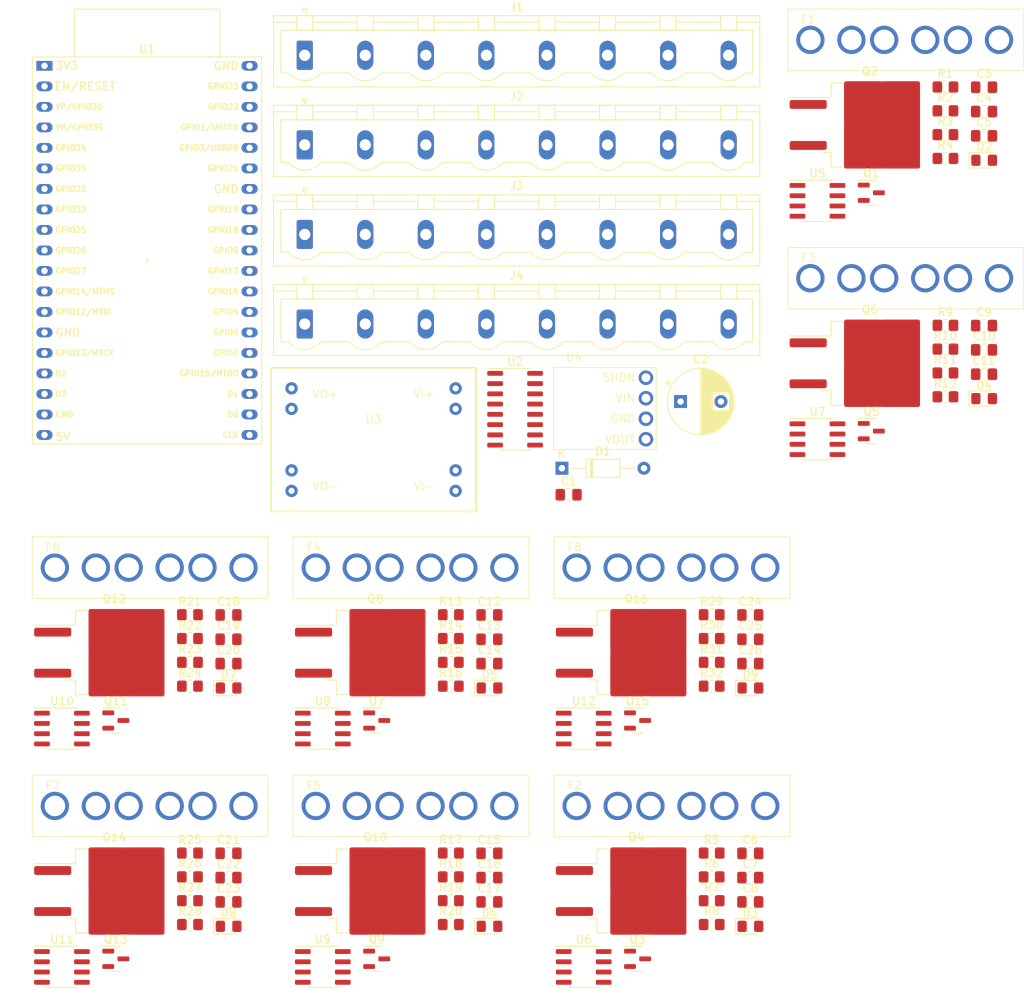
<source format=kicad_pcb>
(kicad_pcb (version 20221018) (generator pcbnew)
  (layers (0 "F.Cu" signal) (31 "B.Cu" signal) (34 "B.Paste" user) (35 "F.Paste" user) (36 "B.SilkS" user "B.Silkscreen") (37 "F.SilkS" user "F.Silkscreen") (38 "B.Mask" user) (39 "F.Mask" user) (44 "Edge.Cuts" user))
  (net 0 "")
  (net 1 "+3.3V")
  (net 7 "GNDD")
  (net 21 "Net-(U1-GPIO5)")
  (net 22 "Net-(U1-GPIO18)")
  (net 23 "Net-(U1-GPIO19)")
  (net 24 "Net-(U1-GPIO23)")
  (net 29 "GNDA")
  (net 30 "GNDPWR")
  (net 31 "+24V")
  (net 33 "Net-(U5-FILTER)")
  (net 34 "/CHANNEL 0/ADC")
  (net 35 "Net-(U6-FILTER)")
  (net 36 "/CHANNEL 1/ADC")
  (net 37 "Net-(U7-FILTER)")
  (net 38 "/CHANNEL 2/ADC")
  (net 39 "Net-(U8-FILTER)")
  (net 40 "/CHANNEL 3/ADC")
  (net 41 "Net-(U9-FILTER)")
  (net 42 "/CHANNEL 4/ADC")
  (net 43 "Net-(U10-FILTER)")
  (net 44 "/CHANNEL 5/ADC")
  (net 45 "Net-(U11-FILTER)")
  (net 46 "/CHANNEL 6/ADC")
  (net 47 "Net-(U12-FILTER)")
  (net 48 "/CHANNEL 7/ADC")
  (net 49 "Net-(D3-A)")
  (net 50 "Net-(D4-A)")
  (net 51 "Net-(D5-A)")
  (net 52 "Net-(D6-A)")
  (net 53 "Net-(D7-A)")
  (net 54 "Net-(D8-A)")
  (net 55 "Net-(D9-A)")
  (net 56 "Net-(D2-A)")
  (net 57 "Net-(Q2-S)")
  (net 58 "/CHANNEL 0/LOAD+")
  (net 59 "Net-(Q4-S)")
  (net 60 "/CHANNEL 1/LOAD+")
  (net 61 "Net-(Q6-S)")
  (net 62 "/CHANNEL 2/LOAD+")
  (net 63 "Net-(Q8-S)")
  (net 64 "/CHANNEL 3/LOAD+")
  (net 65 "Net-(Q10-S)")
  (net 66 "/CHANNEL 4/LOAD+")
  (net 67 "Net-(Q12-S)")
  (net 68 "/CHANNEL 5/LOAD+")
  (net 69 "Net-(Q14-S)")
  (net 70 "/CHANNEL 6/LOAD+")
  (net 71 "Net-(Q16-S)")
  (net 72 "/CHANNEL 7/LOAD+")
  (net 73 "/CHANNEL 0/LOAD-")
  (net 74 "/CHANNEL 1/LOAD-")
  (net 75 "/CHANNEL 2/LOAD-")
  (net 76 "/CHANNEL 3/LOAD-")
  (net 77 "/CHANNEL 4/LOAD-")
  (net 78 "/CHANNEL 5/LOAD-")
  (net 79 "/CHANNEL 6/LOAD-")
  (net 80 "/CHANNEL 7/LOAD-")
  (net 81 "Net-(Q1-B)")
  (net 82 "Net-(Q1-C)")
  (net 83 "Net-(Q2-G)")
  (net 84 "Net-(Q3-B)")
  (net 85 "Net-(Q3-C)")
  (net 86 "Net-(Q4-G)")
  (net 87 "Net-(Q5-B)")
  (net 88 "Net-(Q5-C)")
  (net 89 "Net-(Q6-G)")
  (net 90 "Net-(Q7-B)")
  (net 91 "Net-(Q7-C)")
  (net 92 "Net-(Q8-G)")
  (net 93 "Net-(Q9-B)")
  (net 94 "Net-(Q9-C)")
  (net 95 "Net-(Q10-G)")
  (net 96 "Net-(Q11-B)")
  (net 97 "Net-(Q11-C)")
  (net 98 "Net-(Q12-G)")
  (net 99 "Net-(Q13-B)")
  (net 100 "Net-(Q13-C)")
  (net 101 "Net-(Q14-G)")
  (net 102 "Net-(Q15-B)")
  (net 103 "Net-(Q15-C)")
  (net 104 "Net-(Q16-G)")
  (net 105 "/CHANNEL 0/PWM")
  (net 106 "/CHANNEL 1/PWM")
  (net 107 "/CHANNEL 2/PWM")
  (net 108 "/CHANNEL 3/PWM")
  (net 109 "/CHANNEL 4/PWM")
  (net 110 "/CHANNEL 5/PWM")
  (net 111 "/CHANNEL 6/PWM")
  (net 112 "/CHANNEL 7/PWM")
  (footprint "Capacitor_SMD:C_0805_2012Metric_Pad1.18x1.45mm_HandSolder" (layer "F.Cu") (at 194.985 70.165)
    (fp_text reference "C10" (at 0 -1.68) (layer "F.SilkS"))
    (fp_text value "100nF")
    (pad "1" smd roundrect (at -1.0375 0) (size 1.175 1.45) (layers "F.Cu" "F.Paste" "F.Mask") (roundrect_rratio 0.212766) (net 1 "+3.3V"))
    (pad "2" smd roundrect (at 1.0375 0) (size 1.175 1.45) (layers "F.Cu" "F.Paste" "F.Mask") (roundrect_rratio 0.212766) (net 29 "GNDA"))
  )
  (footprint "Package_SO:SOIC-8_3.9x4.9mm_P1.27mm" (layer "F.Cu") (at 80.785 146.585)
    (fp_text reference "U11" (at 0 -3.4) (layer "F.SilkS"))
    (fp_text value "ACS725xLCTR-20AU")
    (pad "1" smd roundrect (at -2.475 -1.905) (size 1.95 0.6) (layers "F.Cu" "F.Paste" "F.Mask") (net 79 "/CHANNEL 6/LOAD-"))
    (pad "2" smd roundrect (at -2.475 -0.635) (size 1.95 0.6) (layers "F.Cu" "F.Paste" "F.Mask") (net 79 "/CHANNEL 6/LOAD-"))
    (pad "3" smd roundrect (at -2.475 0.635) (size 1.95 0.6) (layers "F.Cu" "F.Paste" "F.Mask") (net 30 "GNDPWR"))
    (pad "4" smd roundrect (at -2.475 1.905) (size 1.95 0.6) (layers "F.Cu" "F.Paste" "F.Mask") (net 30 "GNDPWR"))
    (pad "5" smd roundrect (at 2.475 1.905) (size 1.95 0.6) (layers "F.Cu" "F.Paste" "F.Mask") (net 29 "GNDA"))
    (pad "6" smd roundrect (at 2.475 0.635) (size 1.95 0.6) (layers "F.Cu" "F.Paste" "F.Mask") (net 45 "Net-(U11-FILTER)"))
    (pad "7" smd roundrect (at 2.475 -0.635) (size 1.95 0.6) (layers "F.Cu" "F.Paste" "F.Mask") (net 46 "/CHANNEL 6/ADC"))
    (pad "8" smd roundrect (at 2.475 -1.905) (size 1.95 0.6) (layers "F.Cu" "F.Paste" "F.Mask") (net 1 "+3.3V"))
  )
  (footprint "Package_TO_SOT_SMD:TO-263-2" (layer "F.Cu") (at 119.595 107.665)
    (fp_text reference "Q8" (at 0 -6.65) (layer "F.SilkS"))
    (fp_text value "IRF4905")
    (pad "1" smd roundrect (at -7.65 -2.54) (size 4.6 1.1) (layers "F.Cu" "F.Paste" "F.Mask") (roundrect_rratio 0.227273) (net 92 "Net-(Q8-G)"))
    (pad "2" smd roundrect (at -0.925 -2.775) (size 4.55 5.25) (layers "F.Cu" "F.Paste") (roundrect_rratio 0.054945) (net 64 "/CHANNEL 3/LOAD+"))
    (pad "2" smd roundrect (at -0.925 2.775) (size 4.55 5.25) (layers "F.Cu" "F.Paste") (roundrect_rratio 0.054945) (net 64 "/CHANNEL 3/LOAD+"))
    (pad "2" smd roundrect (at 1.5 0) (size 9.4 10.8) (layers "F.Cu" "F.Mask") (roundrect_rratio 0.026596) (net 64 "/CHANNEL 3/LOAD+"))
    (pad "2" smd roundrect (at 3.925 -2.775) (size 4.55 5.25) (layers "F.Cu" "F.Paste") (roundrect_rratio 0.054945) (net 64 "/CHANNEL 3/LOAD+"))
    (pad "2" smd roundrect (at 3.925 2.775) (size 4.55 5.25) (layers "F.Cu" "F.Paste") (roundrect_rratio 0.054945) (net 64 "/CHANNEL 3/LOAD+"))
    (pad "3" smd roundrect (at -7.65 2.54) (size 4.6 1.1) (layers "F.Cu" "F.Paste" "F.Mask") (roundrect_rratio 0.227273) (net 63 "Net-(Q8-S)"))
  )
  (footprint "Package_TO_SOT_SMD:SOT-23" (layer "F.Cu") (at 152.075 116.065)
    (fp_text reference "Q15" (at 0 -2.4) (layer "F.SilkS"))
    (fp_text value "MMBT5551L")
    (pad "1" smd roundrect (at -0.9375 -0.95) (size 1.475 0.6) (layers "F.Cu" "F.Paste" "F.Mask") (net 102 "Net-(Q15-B)"))
    (pad "2" smd roundrect (at -0.9375 0.95) (size 1.475 0.6) (layers "F.Cu" "F.Paste" "F.Mask") (net 7 "GNDD"))
    (pad "3" smd roundrect (at 0.9375 0) (size 1.475 0.6) (layers "F.Cu" "F.Paste" "F.Mask") (net 103 "Net-(Q15-C)"))
  )
  (footprint "Capacitor_SMD:C_0805_2012Metric_Pad1.18x1.45mm_HandSolder" (layer "F.Cu") (at 194.985 67.155)
    (fp_text reference "C9" (at 0 -1.68) (layer "F.SilkS"))
    (fp_text value "1nF")
    (pad "1" smd roundrect (at -1.0375 0) (size 1.175 1.45) (layers "F.Cu" "F.Paste" "F.Mask") (roundrect_rratio 0.212766) (net 37 "Net-(U7-FILTER)"))
    (pad "2" smd roundrect (at 1.0375 0) (size 1.175 1.45) (layers "F.Cu" "F.Paste" "F.Mask") (roundrect_rratio 0.212766) (net 29 "GNDA"))
  )
  (footprint "Resistor_SMD:R_0805_2012Metric_Pad1.20x1.40mm_HandSolder" (layer "F.Cu") (at 190.205 73.025)
    (fp_text reference "R11" (at 0 -1.65) (layer "F.SilkS"))
    (fp_text value "10k")
    (pad "1" smd roundrect (at -1 0) (size 1.2 1.4) (layers "F.Cu" "F.Paste" "F.Mask") (roundrect_rratio 0.208333) (net 89 "Net-(Q6-G)"))
    (pad "2" smd roundrect (at 1 0) (size 1.2 1.4) (layers "F.Cu" "F.Paste" "F.Mask") (roundrect_rratio 0.208333) (net 31 "+24V"))
  )
  (footprint "gnarboard:D24V5FX" (layer "F.Cu") (at 149.3 77.42)
    (fp_text reference "U4" (at -5.08 -6.35 unlocked) (layer "F.SilkS") (effects (font (thickness 0.1))))
    (fp_text value "D24V5F3")
    (fp_text user "SHDN" (at 2.54 -3.81 unlocked) (layer "F.SilkS") (effects (font (thickness 0.1)) (justify right)))
    (fp_text user "VOUT" (at 2.54 3.81 unlocked) (layer "F.SilkS") (effects (font (thickness 0.1)) (justify right)))
    (fp_text user "GND" (at 2.54 1.27 unlocked) (layer "F.SilkS") (effects (font (thickness 0.1)) (justify right)))
    (fp_text user "VIN" (at 2.54 -1.27 unlocked) (layer "F.SilkS") (effects (font (thickness 0.1)) (justify right)))
    (pad "1" thru_hole circle (at 3.81 -3.81) (size 1.8 1.8) (drill 1.1) (layers "*.Cu" "*.Mask"))
    (pad "2" thru_hole circle (at 3.81 -1.27) (size 1.8 1.8) (drill 1.1) (layers "*.Cu" "*.Mask") (net 31 "+24V"))
    (pad "3" thru_hole circle (at 3.81 1.27) (size 1.8 1.8) (drill 1.1) (layers "*.Cu" "*.Mask") (net 31 "+24V"))
    (pad "4" thru_hole circle (at 3.81 3.81) (size 1.8 1.8) (drill 1.1) (layers "*.Cu" "*.Mask") (net 1 "+3.3V"))
  )
  (footprint "LED_SMD:LED_0805_2012Metric_Pad1.15x1.40mm_HandSolder" (layer "F.Cu") (at 166.05 141.56)
    (fp_text reference "D3" (at 0 -1.65) (layer "F.SilkS"))
    (fp_text value "LED")
    (pad "1" smd roundrect (at -1.025 0) (size 1.15 1.4) (layers "F.Cu" "F.Paste" "F.Mask") (roundrect_rratio 0.217391) (net 7 "GNDD"))
    (pad "2" smd roundrect (at 1.025 0) (size 1.15 1.4) (layers "F.Cu" "F.Paste" "F.Mask") (roundrect_rratio 0.217391) (net 49 "Net-(D3-A)"))
  )
  (footprint "Capacitor_SMD:C_0805_2012Metric_Pad1.18x1.45mm_HandSolder" (layer "F.Cu") (at 166.035 138.535)
    (fp_text reference "C8" (at 0 -1.68) (layer "F.SilkS"))
    (fp_text value "4.7nF")
    (pad "1" smd roundrect (at -1.0375 0) (size 1.175 1.45) (layers "F.Cu" "F.Paste" "F.Mask") (roundrect_rratio 0.212766) (net 36 "/CHANNEL 1/ADC"))
    (pad "2" smd roundrect (at 1.0375 0) (size 1.175 1.45) (layers "F.Cu" "F.Paste" "F.Mask") (roundrect_rratio 0.212766) (net 29 "GNDA"))
  )
  (footprint "Resistor_SMD:R_0805_2012Metric_Pad1.20x1.40mm_HandSolder" (layer "F.Cu") (at 128.945 138.385)
    (fp_text reference "R19" (at 0 -1.65) (layer "F.SilkS"))
    (fp_text value "10k")
    (pad "1" smd roundrect (at -1 0) (size 1.2 1.4) (layers "F.Cu" "F.Paste" "F.Mask") (roundrect_rratio 0.208333) (net 95 "Net-(Q10-G)"))
    (pad "2" smd roundrect (at 1 0) (size 1.2 1.4) (layers "F.Cu" "F.Paste" "F.Mask") (roundrect_rratio 0.208333) (net 31 "+24V"))
  )
  (footprint "Resistor_SMD:R_0805_2012Metric_Pad1.20x1.40mm_HandSolder" (layer "F.Cu") (at 161.255 105.915)
    (fp_text reference "R30" (at 0 -1.65) (layer "F.SilkS"))
    (fp_text value "10k")
    (pad "1" smd roundrect (at -1 0) (size 1.2 1.4) (layers "F.Cu" "F.Paste" "F.Mask") (roundrect_rratio 0.208333) (net 112 "/CHANNEL 7/PWM"))
    (pad "2" smd roundrect (at 1 0) (size 1.2 1.4) (layers "F.Cu" "F.Paste" "F.Mask") (roundrect_rratio 0.208333) (net 102 "Net-(Q15-B)"))
  )
  (footprint "gnarboard:ATC Bypass Fuse" (layer "F.Cu") (at 123.39 126.65)
    (fp_text reference "F5" (at -11.43 -2.54 unlocked) (layer "F.SilkS") (effects (font (thickness 0.1))))
    (fp_text value "25A")
    (pad "1" thru_hole circle (at -11.17 0) (size 3.5 3.5) (drill 2.54) (layers "*.Cu" "*.Mask") (net 65 "Net-(Q10-S)"))
    (pad "1" thru_hole circle (at -6.09 0) (size 3.5 3.5) (drill 2.54) (layers "*.Cu" "*.Mask") (net 65 "Net-(Q10-S)"))
    (pad "2" thru_hole circle (at -2.03 0) (size 3.5 3.5) (drill 2.54) (layers "*.Cu" "*.Mask") (net 31 "+24V"))
    (pad "2" thru_hole circle (at 3.05 0) (size 3.5 3.5) (drill 2.54) (layers "*.Cu" "*.Mask") (net 31 "+24V"))
    (pad "3" thru_hole circle (at 7.11 0) (size 3.5 3.5) (drill 2.54) (layers "*.Cu" "*.Mask") (net 66 "/CHANNEL 4/LOAD+"))
    (pad "3" thru_hole circle (at 12.19 0) (size 3.5 3.5) (drill 2.54) (layers "*.Cu" "*.Mask") (net 66 "/CHANNEL 4/LOAD+"))
  )
  (footprint "Resistor_SMD:R_0805_2012Metric_Pad1.20x1.40mm_HandSolder" (layer "F.Cu") (at 96.635 111.815)
    (fp_text reference "R24" (at 0 -1.65) (layer "F.SilkS"))
    (fp_text value "100k")
    (pad "1" smd roundrect (at -1 0) (size 1.2 1.4) (layers "F.Cu" "F.Paste" "F.Mask") (roundrect_rratio 0.208333) (net 97 "Net-(Q11-C)"))
    (pad "2" smd roundrect (at 1 0) (size 1.2 1.4) (layers "F.Cu" "F.Paste" "F.Mask") (roundrect_rratio 0.208333) (net 98 "Net-(Q12-G)"))
  )
  (footprint "Resistor_SMD:R_0805_2012Metric_Pad1.20x1.40mm_HandSolder" (layer "F.Cu") (at 161.255 141.335)
    (fp_text reference "R8" (at 0 -1.65) (layer "F.SilkS"))
    (fp_text value "100k")
    (pad "1" smd roundrect (at -1 0) (size 1.2 1.4) (layers "F.Cu" "F.Paste" "F.Mask") (roundrect_rratio 0.208333) (net 85 "Net-(Q3-C)"))
    (pad "2" smd roundrect (at 1 0) (size 1.2 1.4) (layers "F.Cu" "F.Paste" "F.Mask") (roundrect_rratio 0.208333) (net 86 "Net-(Q4-G)"))
  )
  (footprint "Package_TO_SOT_SMD:TO-263-2" (layer "F.Cu") (at 180.855 42.305)
    (fp_text reference "Q2" (at 0 -6.65) (layer "F.SilkS"))
    (fp_text value "IRF4905")
    (pad "1" smd roundrect (at -7.65 -2.54) (size 4.6 1.1) (layers "F.Cu" "F.Paste" "F.Mask") (roundrect_rratio 0.227273) (net 83 "Net-(Q2-G)"))
    (pad "2" smd roundrect (at -0.925 -2.775) (size 4.55 5.25) (layers "F.Cu" "F.Paste") (roundrect_rratio 0.054945) (net 58 "/CHANNEL 0/LOAD+"))
    (pad "2" smd roundrect (at -0.925 2.775) (size 4.55 5.25) (layers "F.Cu" "F.Paste") (roundrect_rratio 0.054945) (net 58 "/CHANNEL 0/LOAD+"))
    (pad "2" smd roundrect (at 1.5 0) (size 9.4 10.8) (layers "F.Cu" "F.Mask") (roundrect_rratio 0.026596) (net 58 "/CHANNEL 0/LOAD+"))
    (pad "2" smd roundrect (at 3.925 -2.775) (size 4.55 5.25) (layers "F.Cu" "F.Paste") (roundrect_rratio 0.054945) (net 58 "/CHANNEL 0/LOAD+"))
    (pad "2" smd roundrect (at 3.925 2.775) (size 4.55 5.25) (layers "F.Cu" "F.Paste") (roundrect_rratio 0.054945) (net 58 "/CHANNEL 0/LOAD+"))
    (pad "3" smd roundrect (at -7.65 2.54) (size 4.6 1.1) (layers "F.Cu" "F.Paste" "F.Mask") (roundrect_rratio 0.227273) (net 57 "Net-(Q2-S)"))
  )
  (footprint "Capacitor_SMD:C_0805_2012Metric_Pad1.18x1.45mm_HandSolder" (layer "F.Cu") (at 101.415 106.005)
    (fp_text reference "C19" (at 0 -1.68) (layer "F.SilkS"))
    (fp_text value "100nF")
    (pad "1" smd roundrect (at -1.0375 0) (size 1.175 1.45) (layers "F.Cu" "F.Paste" "F.Mask") (roundrect_rratio 0.212766) (net 1 "+3.3V"))
    (pad "2" smd roundrect (at 1.0375 0) (size 1.175 1.45) (layers "F.Cu" "F.Paste" "F.Mask") (roundrect_rratio 0.212766) (net 29 "GNDA"))
  )
  (footprint "Resistor_SMD:R_0805_2012Metric_Pad1.20x1.40mm_HandSolder" (layer "F.Cu") (at 128.945 111.815)
    (fp_text reference "R16" (at 0 -1.65) (layer "F.SilkS"))
    (fp_text value "100k")
    (pad "1" smd roundrect (at -1 0) (size 1.2 1.4) (layers "F.Cu" "F.Paste" "F.Mask") (roundrect_rratio 0.208333) (net 91 "Net-(Q7-C)"))
    (pad "2" smd roundrect (at 1 0) (size 1.2 1.4) (layers "F.Cu" "F.Paste" "F.Mask") (roundrect_rratio 0.208333) (net 92 "Net-(Q8-G)"))
  )
  (footprint "Capacitor_SMD:C_0805_2012Metric_Pad1.18x1.45mm_HandSolder" (layer "F.Cu") (at 101.415 109.015)
    (fp_text reference "C20" (at 0 -1.68) (layer "F.SilkS"))
    (fp_text value "4.7nF")
    (pad "1" smd roundrect (at -1.0375 0) (size 1.175 1.45) (layers "F.Cu" "F.Paste" "F.Mask") (roundrect_rratio 0.212766) (net 44 "/CHANNEL 5/ADC"))
    (pad "2" smd roundrect (at 1.0375 0) (size 1.175 1.45) (layers "F.Cu" "F.Paste" "F.Mask") (roundrect_rratio 0.212766) (net 29 "GNDA"))
  )
  (footprint "LED_SMD:LED_0805_2012Metric_Pad1.15x1.40mm_HandSolder" (layer "F.Cu") (at 195 46.68)
    (fp_text reference "D2" (at 0 -1.65) (layer "F.SilkS"))
    (fp_text value "LED")
    (pad "1" smd roundrect (at -1.025 0) (size 1.15 1.4) (layers "F.Cu" "F.Paste" "F.Mask") (roundrect_rratio 0.217391) (net 7 "GNDD"))
    (pad "2" smd roundrect (at 1.025 0) (size 1.15 1.4) (layers "F.Cu" "F.Paste" "F.Mask") (roundrect_rratio 0.217391) (net 56 "Net-(D2-A)"))
  )
  (footprint "gnarboard:ATC Bypass Fuse" (layer "F.Cu") (at 123.39 97.13)
    (fp_text reference "F4" (at -11.43 -2.54 unlocked) (layer "F.SilkS") (effects (font (thickness 0.1))))
    (fp_text value "25A")
    (pad "1" thru_hole circle (at -11.17 0) (size 3.5 3.5) (drill 2.54) (layers "*.Cu" "*.Mask") (net 63 "Net-(Q8-S)"))
    (pad "1" thru_hole circle (at -6.09 0) (size 3.5 3.5) (drill 2.54) (layers "*.Cu" "*.Mask") (net 63 "Net-(Q8-S)"))
    (pad "2" thru_hole circle (at -2.03 0) (size 3.5 3.5) (drill 2.54) (layers "*.Cu" "*.Mask") (net 31 "+24V"))
    (pad "2" thru_hole circle (at 3.05 0) (size 3.5 3.5) (drill 2.54) (layers "*.Cu" "*.Mask") (net 31 "+24V"))
    (pad "3" thru_hole circle (at 7.11 0) (size 3.5 3.5) (drill 2.54) (layers "*.Cu" "*.Mask") (net 64 "/CHANNEL 3/LOAD+"))
    (pad "3" thru_hole circle (at 12.19 0) (size 3.5 3.5) (drill 2.54) (layers "*.Cu" "*.Mask") (net 64 "/CHANNEL 3/LOAD+"))
  )
  (footprint "Capacitor_SMD:C_0805_2012Metric_Pad1.18x1.45mm_HandSolder" (layer "F.Cu") (at 133.725 109.015)
    (fp_text reference "C14" (at 0 -1.68) (layer "F.SilkS"))
    (fp_text value "4.7nF")
    (pad "1" smd roundrect (at -1.0375 0) (size 1.175 1.45) (layers "F.Cu" "F.Paste" "F.Mask") (roundrect_rratio 0.212766) (net 40 "/CHANNEL 3/ADC"))
    (pad "2" smd roundrect (at 1.0375 0) (size 1.175 1.45) (layers "F.Cu" "F.Paste" "F.Mask") (roundrect_rratio 0.212766) (net 29 "GNDA"))
  )
  (footprint "Capacitor_SMD:C_0805_2012Metric_Pad1.18x1.45mm_HandSolder" (layer "F.Cu") (at 194.985 37.635)
    (fp_text reference "C3" (at 0 -1.68) (layer "F.SilkS"))
    (fp_text value "1nF")
    (pad "1" smd roundrect (at -1.0375 0) (size 1.175 1.45) (layers "F.Cu" "F.Paste" "F.Mask") (roundrect_rratio 0.212766) (net 33 "Net-(U5-FILTER)"))
    (pad "2" smd roundrect (at 1.0375 0) (size 1.175 1.45) (layers "F.Cu" "F.Paste" "F.Mask") (roundrect_rratio 0.212766) (net 29 "GNDA"))
  )
  (footprint "Resistor_SMD:R_0805_2012Metric_Pad1.20x1.40mm_HandSolder" (layer "F.Cu") (at 190.205 75.975)
    (fp_text reference "R12" (at 0 -1.65) (layer "F.SilkS"))
    (fp_text value "100k")
    (pad "1" smd roundrect (at -1 0) (size 1.2 1.4) (layers "F.Cu" "F.Paste" "F.Mask") (roundrect_rratio 0.208333) (net 88 "Net-(Q5-C)"))
    (pad "2" smd roundrect (at 1 0) (size 1.2 1.4) (layers "F.Cu" "F.Paste" "F.Mask") (roundrect_rratio 0.208333) (net 89 "Net-(Q6-G)"))
  )
  (footprint "Resistor_SMD:R_0805_2012Metric_Pad1.20x1.40mm_HandSolder" (layer "F.Cu") (at 96.635 132.485)
    (fp_text reference "R25" (at 0 -1.65) (layer "F.SilkS"))
    (fp_text value "1k")
    (pad "1" smd roundrect (at -1 0) (size 1.2 1.4) (layers "F.Cu" "F.Paste" "F.Mask") (roundrect_rratio 0.208333) (net 54 "Net-(D8-A)"))
    (pad "2" smd roundrect (at 1 0) (size 1.2 1.4) (layers "F.Cu" "F.Paste" "F.Mask") (roundrect_rratio 0.208333) (net 111 "/CHANNEL 6/PWM"))
  )
  (footprint "Resistor_SMD:R_0805_2012Metric_Pad1.20x1.40mm_HandSolder" (layer "F.Cu") (at 128.945 141.335)
    (fp_text reference "R20" (at 0 -1.65) (layer "F.SilkS"))
    (fp_text value "100k")
    (pad "1" smd roundrect (at -1 0) (size 1.2 1.4) (layers "F.Cu" "F.Paste" "F.Mask") (roundrect_rratio 0.208333) (net 94 "Net-(Q9-C)"))
    (pad "2" smd roundrect (at 1 0) (size 1.2 1.4) (layers "F.Cu" "F.Paste" "F.Mask") (roundrect_rratio 0.208333) (net 95 "Net-(Q10-G)"))
  )
  (footprint "Resistor_SMD:R_0805_2012Metric_Pad1.20x1.40mm_HandSolder" (layer "F.Cu") (at 190.205 67.125)
    (fp_text reference "R9" (at 0 -1.65) (layer "F.SilkS"))
    (fp_text value "1k")
    (pad "1" smd roundrect (at -1 0) (size 1.2 1.4) (layers "F.Cu" "F.Paste" "F.Mask") (roundrect_rratio 0.208333) (net 50 "Net-(D4-A)"))
    (pad "2" smd roundrect (at 1 0) (size 1.2 1.4) (layers "F.Cu" "F.Paste" "F.Mask") (roundrect_rratio 0.208333) (net 107 "/CHANNEL 2/PWM"))
  )
  (footprint "Resistor_SMD:R_0805_2012Metric_Pad1.20x1.40mm_HandSolder" (layer "F.Cu") (at 190.205 70.075)
    (fp_text reference "R10" (at 0 -1.65) (layer "F.SilkS"))
    (fp_text value "10k")
    (pad "1" smd roundrect (at -1 0) (size 1.2 1.4) (layers "F.Cu" "F.Paste" "F.Mask") (roundrect_rratio 0.208333) (net 107 "/CHANNEL 2/PWM"))
    (pad "2" smd roundrect (at 1 0) (size 1.2 1.4) (layers "F.Cu" "F.Paste" "F.Mask") (roundrect_rratio 0.208333) (net 87 "Net-(Q5-B)"))
  )
  (footprint "Capacitor_SMD:C_0805_2012Metric_Pad1.18x1.45mm_HandSolder" (layer "F.Cu") (at 101.415 132.515)
    (fp_text reference "C21" (at 0 -1.68) (layer "F.SilkS"))
    (fp_text value "1nF")
    (pad "1" smd roundrect (at -1.0375 0) (size 1.175 1.45) (layers "F.Cu" "F.Paste" "F.Mask") (roundrect_rratio 0.212766) (net 45 "Net-(U11-FILTER)"))
    (pad "2" smd roundrect (at 1.0375 0) (size 1.175 1.45) (layers "F.Cu" "F.Paste" "F.Mask") (roundrect_rratio 0.212766) (net 29 "GNDA"))
  )
  (footprint "Package_TO_SOT_SMD:SOT-23" (layer "F.Cu") (at 87.455 145.585)
    (fp_text reference "Q13" (at 0 -2.4) (layer "F.SilkS"))
    (fp_text value "MMBT5551L")
    (pad "1" smd roundrect (at -0.9375 -0.95) (size 1.475 0.6) (layers "F.Cu" "F.Paste" "F.Mask") (net 99 "Net-(Q13-B)"))
    (pad "2" smd roundrect (at -0.9375 0.95) (size 1.475 0.6) (layers "F.Cu" "F.Paste" "F.Mask") (net 7 "GNDD"))
    (pad "3" smd roundrect (at 0.9375 0) (size 1.475 0.6) (layers "F.Cu" "F.Paste" "F.Mask") (net 100 "Net-(Q13-C)"))
  )
  (footprint "Capacitor_THT:CP_Radial_D8.0mm_P5.00mm" (layer "F.Cu") (at 157.399698 76.565)
    (fp_text reference "C2" (at 2.5 -5.25) (layer "F.SilkS"))
    (fp_text value "100uF")
    (pad "1" thru_hole rect (at 0 0) (size 1.6 1.6) (drill 0.8) (layers "*.Cu" "*.Mask") (net 1 "+3.3V"))
    (pad "2" thru_hole circle (at 5 0) (size 1.6 1.6) (drill 0.8) (layers "*.Cu" "*.Mask") (net 7 "GNDD"))
  )
  (footprint "Package_TO_SOT_SMD:SOT-23" (layer "F.Cu") (at 181.025 80.225)
    (fp_text reference "Q5" (at 0 -2.4) (layer "F.SilkS"))
    (fp_text value "MMBT5551L")
    (pad "1" smd roundrect (at -0.9375 -0.95) (size 1.475 0.6) (layers "F.Cu" "F.Paste" "F.Mask") (net 87 "Net-(Q5-B)"))
    (pad "2" smd roundrect (at -0.9375 0.95) (size 1.475 0.6) (layers "F.Cu" "F.Paste" "F.Mask") (net 7 "GNDD"))
    (pad "3" smd roundrect (at 0.9375 0) (size 1.475 0.6) (layers "F.Cu" "F.Paste" "F.Mask") (net 88 "Net-(Q5-C)"))
  )
  (footprint "Resistor_SMD:R_0805_2012Metric_Pad1.20x1.40mm_HandSolder" (layer "F.Cu") (at 96.635 102.965)
    (fp_text reference "R21" (at 0 -1.65) (layer "F.SilkS"))
    (fp_text value "1k")
    (pad "1" smd roundrect (at -1 0) (size 1.2 1.4) (layers "F.Cu" "F.Paste" "F.Mask") (roundrect_rratio 0.208333) (net 53 "Net-(D7-A)"))
    (pad "2" smd roundrect (at 1 0) (size 1.2 1.4) (layers "F.Cu" "F.Paste" "F.Mask") (roundrect_rratio 0.208333) (net 110 "/CHANNEL 5/PWM"))
  )
  (footprint "Resistor_SMD:R_0805_2012Metric_Pad1.20x1.40mm_HandSolder" (layer "F.Cu") (at 161.255 135.435)
    (fp_text reference "R6" (at 0 -1.65) (layer "F.SilkS"))
    (fp_text value "10k")
    (pad "1" smd roundrect (at -1 0) (size 1.2 1.4) (layers "F.Cu" "F.Paste" "F.Mask") (roundrect_rratio 0.208333) (net 106 "/CHANNEL 1/PWM"))
    (pad "2" smd roundrect (at 1 0) (size 1.2 1.4) (layers "F.Cu" "F.Paste" "F.Mask") (roundrect_rratio 0.208333) (net 84 "Net-(Q3-B)"))
  )
  (footprint "Capacitor_SMD:C_0805_2012Metric_Pad1.18x1.45mm_HandSolder" (layer "F.Cu") (at 133.725 106.005)
    (fp_text reference "C13" (at 0 -1.68) (layer "F.SilkS"))
    (fp_text value "100nF")
    (pad "1" smd roundrect (at -1.0375 0) (size 1.175 1.45) (layers "F.Cu" "F.Paste" "F.Mask") (roundrect_rratio 0.212766) (net 1 "+3.3V"))
    (pad "2" smd roundrect (at 1.0375 0) (size 1.175 1.45) (layers "F.Cu" "F.Paste" "F.Mask") (roundrect_rratio 0.212766) (net 29 "GNDA"))
  )
  (footprint "Package_SO:SOIC-8_3.9x4.9mm_P1.27mm" (layer "F.Cu") (at 113.095 146.585)
    (fp_text reference "U9" (at 0 -3.4) (layer "F.SilkS"))
    (fp_text value "ACS725xLCTR-20AU")
    (pad "1" smd roundrect (at -2.475 -1.905) (size 1.95 0.6) (layers "F.Cu" "F.Paste" "F.Mask") (net 77 "/CHANNEL 4/LOAD-"))
    (pad "2" smd roundrect (at -2.475 -0.635) (size 1.95 0.6) (layers "F.Cu" "F.Paste" "F.Mask") (net 77 "/CHANNEL 4/LOAD-"))
    (pad "3" smd roundrect (at -2.475 0.635) (size 1.95 0.6) (layers "F.Cu" "F.Paste" "F.Mask") (net 30 "GNDPWR"))
    (pad "4" smd roundrect (at -2.475 1.905) (size 1.95 0.6) (layers "F.Cu" "F.Paste" "F.Mask") (net 30 "GNDPWR"))
    (pad "5" smd roundrect (at 2.475 1.905) (size 1.95 0.6) (layers "F.Cu" "F.Paste" "F.Mask") (net 29 "GNDA"))
    (pad "6" smd roundrect (at 2.475 0.635) (size 1.95 0.6) (layers "F.Cu" "F.Paste" "F.Mask") (net 41 "Net-(U9-FILTER)"))
    (pad "7" smd roundrect (at 2.475 -0.635) (size 1.95 0.6) (layers "F.Cu" "F.Paste" "F.Mask") (net 42 "/CHANNEL 4/ADC"))
    (pad "8" smd roundrect (at 2.475 -1.905) (size 1.95 0.6) (layers "F.Cu" "F.Paste" "F.Mask") (net 1 "+3.3V"))
  )
  (footprint "Package_SO:SOIC-8_3.9x4.9mm_P1.27mm" (layer "F.Cu") (at 80.785 117.065)
    (fp_text reference "U10" (at 0 -3.4) (layer "F.SilkS"))
    (fp_text value "ACS725xLCTR-20AU")
    (pad "1" smd roundrect (at -2.475 -1.905) (size 1.95 0.6) (layers "F.Cu" "F.Paste" "F.Mask") (net 78 "/CHANNEL 5/LOAD-"))
    (pad "2" smd roundrect (at -2.475 -0.635) (size 1.95 0.6) (layers "F.Cu" "F.Paste" "F.Mask") (net 78 "/CHANNEL 5/LOAD-"))
    (pad "3" smd roundrect (at -2.475 0.635) (size 1.95 0.6) (layers "F.Cu" "F.Paste" "F.Mask") (net 30 "GNDPWR"))
    (pad "4" smd roundrect (at -2.475 1.905) (size 1.95 0.6) (layers "F.Cu" "F.Paste" "F.Mask") (net 30 "GNDPWR"))
    (pad "5" smd roundrect (at 2.475 1.905) (size 1.95 0.6) (layers "F.Cu" "F.Paste" "F.Mask") (net 29 "GNDA"))
    (pad "6" smd roundrect (at 2.475 0.635) (size 1.95 0.6) (layers "F.Cu" "F.Paste" "F.Mask") (net 43 "Net-(U10-FILTER)"))
    (pad "7" smd roundrect (at 2.475 -0.635) (size 1.95 0.6) (layers "F.Cu" "F.Paste" "F.Mask") (net 44 "/CHANNEL 5/ADC"))
    (pad "8" smd roundrect (at 2.475 -1.905) (size 1.95 0.6) (layers "F.Cu" "F.Paste" "F.Mask") (net 1 "+3.3V"))
  )
  (footprint "Capacitor_SMD:C_0805_2012Metric_Pad1.18x1.45mm_HandSolder" (layer "F.Cu") (at 194.985 73.175)
    (fp_text reference "C11" (at 0 -1.68) (layer "F.SilkS"))
    (fp_text value "4.7nF")
    (pad "1" smd roundrect (at -1.0375 0) (size 1.175 1.45) (layers "F.Cu" "F.Paste" "F.Mask") (roundrect_rratio 0.212766) (net 38 "/CHANNEL 2/ADC"))
    (pad "2" smd roundrect (at 1.0375 0) (size 1.175 1.45) (layers "F.Cu" "F.Paste" "F.Mask") (roundrect_rratio 0.212766) (net 29 "GNDA"))
  )
  (footprint "Resistor_SMD:R_0805_2012Metric_Pad1.20x1.40mm_HandSolder" (layer "F.Cu") (at 128.945 105.915)
    (fp_text reference "R14" (at 0 -1.65) (layer "F.SilkS"))
    (fp_text value "10k")
    (pad "1" smd roundrect (at -1 0) (size 1.2 1.4) (layers "F.Cu" "F.Paste" "F.Mask") (roundrect_rratio 0.208333) (net 108 "/CHANNEL 3/PWM"))
    (pad "2" smd roundrect (at 1 0) (size 1.2 1.4) (layers "F.Cu" "F.Paste" "F.Mask") (roundrect_rratio 0.208333) (net 90 "Net-(Q7-B)"))
  )
  (footprint "Resistor_SMD:R_0805_2012Metric_Pad1.20x1.40mm_HandSolder" (layer "F.Cu") (at 128.945 108.865)
    (fp_text reference "R15" (at 0 -1.65) (layer "F.SilkS"))
    (fp_text value "10k")
    (pad "1" smd roundrect (at -1 0) (size 1.2 1.4) (layers "F.Cu" "F.Paste" "F.Mask") (roundrect_rratio 0.208333) (net 92 "Net-(Q8-G)"))
    (pad "2" smd roundrect (at 1 0) (size 1.2 1.4) (layers "F.Cu" "F.Paste" "F.Mask") (roundrect_rratio 0.208333) (net 31 "+24V"))
  )
  (footprint "gnarboard:ATC Bypass Fuse" (layer "F.Cu") (at 91.08 126.65)
    (fp_text reference "F7" (at -11.43 -2.54 unlocked) (layer "F.SilkS") (effects (font (thickness 0.1))))
    (fp_text value "25A")
    (pad "1" thru_hole circle (at -11.17 0) (size 3.5 3.5) (drill 2.54) (layers "*.Cu" "*.Mask") (net 69 "Net-(Q14-S)"))
    (pad "1" thru_hole circle (at -6.09 0) (size 3.5 3.5) (drill 2.54) (layers "*.Cu" "*.Mask") (net 69 "Net-(Q14-S)"))
    (pad "2" thru_hole circle (at -2.03 0) (size 3.5 3.5) (drill 2.54) (layers "*.Cu" "*.Mask") (net 31 "+24V"))
    (pad "2" thru_hole circle (at 3.05 0) (size 3.5 3.5) (drill 2.54) (layers "*.Cu" "*.Mask") (net 31 "+24V"))
    (pad "3" thru_hole circle (at 7.11 0) (size 3.5 3.5) (drill 2.54) (layers "*.Cu" "*.Mask") (net 70 "/CHANNEL 6/LOAD+"))
    (pad "3" thru_hole circle (at 12.19 0) (size 3.5 3.5) (drill 2.54) (layers "*.Cu" "*.Mask") (net 70 "/CHANNEL 6/LOAD+"))
  )
  (footprint "Package_TO_SOT_SMD:SOT-23" (layer "F.Cu") (at 87.455 116.065)
    (fp_text reference "Q11" (at 0 -2.4) (layer "F.SilkS"))
    (fp_text value "MMBT5551L")
    (pad "1" smd roundrect (at -0.9375 -0.95) (size 1.475 0.6) (layers "F.Cu" "F.Paste" "F.Mask") (net 96 "Net-(Q11-B)"))
    (pad "2" smd roundrect (at -0.9375 0.95) (size 1.475 0.6) (layers "F.Cu" "F.Paste" "F.Mask") (net 7 "GNDD"))
    (pad "3" smd roundrect (at 0.9375 0) (size 1.475 0.6) (layers "F.Cu" "F.Paste" "F.Mask") (net 97 "Net-(Q11-C)"))
  )
  (footprint "Package_TO_SOT_SMD:SOT-23" (layer "F.Cu") (at 119.765 116.065)
    (fp_text reference "Q7" (at 0 -2.4) (layer "F.SilkS"))
    (fp_text value "MMBT5551L")
    (pad "1" smd roundrect (at -0.9375 -0.95) (size 1.475 0.6) (layers "F.Cu" "F.Paste" "F.Mask") (net 90 "Net-(Q7-B)"))
    (pad "2" smd roundrect (at -0.9375 0.95) (size 1.475 0.6) (layers "F.Cu" "F.Paste" "F.Mask") (net 7 "GNDD"))
    (pad "3" smd roundrect (at 0.9375 0) (size 1.475 0.6) (layers "F.Cu" "F.Paste" "F.Mask") (net 91 "Net-(Q7-C)"))
  )
  (footprint "Capacitor_SMD:C_0805_2012Metric_Pad1.18x1.45mm_HandSolder" (layer "F.Cu") (at 166.035 102.995)
    (fp_text reference "C24" (at 0 -1.68) (layer "F.SilkS"))
    (fp_text value "1nF")
    (pad "1" smd roundrect (at -1.0375 0) (size 1.175 1.45) (layers "F.Cu" "F.Paste" "F.Mask") (roundrect_rratio 0.212766) (net 47 "Net-(U12-FILTER)"))
    (pad "2" smd roundrect (at 1.0375 0) (size 1.175 1.45) (layers "F.Cu" "F.Paste" "F.Mask") (roundrect_rratio 0.212766) (net 29 "GNDA"))
  )
  (footprint "Capacitor_SMD:C_0805_2012Metric_Pad1.18x1.45mm_HandSolder" (layer "F.Cu") (at 166.035 109.015)
    (fp_text reference "C26" (at 0 -1.68) (layer "F.SilkS"))
    (fp_text value "4.7nF")
    (pad "1" smd roundrect (at -1.0375 0) (size 1.175 1.45) (layers "F.Cu" "F.Paste" "F.Mask") (roundrect_rratio 0.212766) (net 48 "/CHANNEL 7/ADC"))
    (pad "2" smd roundrect (at 1.0375 0) (size 1.175 1.45) (layers "F.Cu" "F.Paste" "F.Mask") (roundrect_rratio 0.212766) (net 29 "GNDA"))
  )
  (footprint "Resistor_SMD:R_0805_2012Metric_Pad1.20x1.40mm_HandSolder" (layer "F.Cu") (at 161.255 102.965)
    (fp_text reference "R29" (at 0 -1.65) (layer "F.SilkS"))
    (fp_text value "1k")
    (pad "1" smd roundrect (at -1 0) (size 1.2 1.4) (layers "F.Cu" "F.Paste" "F.Mask") (roundrect_rratio 0.208333) (net 55 "Net-(D9-A)"))
    (pad "2" smd roundrect (at 1 0) (size 1.2 1.4) (layers "F.Cu" "F.Paste" "F.Mask") (roundrect_rratio 0.208333) (net 112 "/CHANNEL 7/PWM"))
  )
  (footprint "LED_SMD:LED_0805_2012Metric_Pad1.15x1.40mm_HandSolder" (layer "F.Cu") (at 195 76.2)
    (fp_text reference "D4" (at 0 -1.65) (layer "F.SilkS"))
    (fp_text value "LED")
    (pad "1" smd roundrect (at -1.025 0) (size 1.15 1.4) (layers "F.Cu" "F.Paste" "F.Mask") (roundrect_rratio 0.217391) (net 7 "GNDD"))
    (pad "2" smd roundrect (at 1.025 0) (size 1.15 1.4) (layers "F.Cu" "F.Paste" "F.Mask") (roundrect_rratio 0.217391) (net 50 "Net-(D4-A)"))
  )
  (footprint "Resistor_SMD:R_0805_2012Metric_Pad1.20x1.40mm_HandSolder" (layer "F.Cu") (at 96.635 108.865)
    (fp_text reference "R23" (at 0 -1.65) (layer "F.SilkS"))
    (fp_text value "10k")
    (pad "1" smd roundrect (at -1 0) (size 1.2 1.4) (layers "F.Cu" "F.Paste" "F.Mask") (roundrect_rratio 0.208333) (net 98 "Net-(Q12-G)"))
    (pad "2" smd roundrect (at 1 0) (size 1.2 1.4) (layers "F.Cu" "F.Paste" "F.Mask") (roundrect_rratio 0.208333) (net 31 "+24V"))
  )
  (footprint "Package_SO:SOIC-8_3.9x4.9mm_P1.27mm" (layer "F.Cu") (at 174.355 81.225)
    (fp_text reference "U7" (at 0 -3.4) (layer "F.SilkS"))
    (fp_text value "ACS725xLCTR-20AU")
    (pad "1" smd roundrect (at -2.475 -1.905) (size 1.95 0.6) (layers "F.Cu" "F.Paste" "F.Mask") (net 75 "/CHANNEL 2/LOAD-"))
    (pad "2" smd roundrect (at -2.475 -0.635) (size 1.95 0.6) (layers "F.Cu" "F.Paste" "F.Mask") (net 75 "/CHANNEL 2/LOAD-"))
    (pad "3" smd roundrect (at -2.475 0.635) (size 1.95 0.6) (layers "F.Cu" "F.Paste" "F.Mask") (net 30 "GNDPWR"))
    (pad "4" smd roundrect (at -2.475 1.905) (size 1.95 0.6) (layers "F.Cu" "F.Paste" "F.Mask") (net 30 "GNDPWR"))
    (pad "5" smd roundrect (at 2.475 1.905) (size 1.95 0.6) (layers "F.Cu" "F.Paste" "F.Mask") (net 29 "GNDA"))
    (pad "6" smd roundrect (at 2.475 0.635) (size 1.95 0.6) (layers "F.Cu" "F.Paste" "F.Mask") (net 37 "Net-(U7-FILTER)"))
    (pad "7" smd roundrect (at 2.475 -0.635) (size 1.95 0.6) (layers "F.Cu" "F.Paste" "F.Mask") (net 38 "/CHANNEL 2/ADC"))
    (pad "8" smd roundrect (at 2.475 -1.905) (size 1.95 0.6) (layers "F.Cu" "F.Paste" "F.Mask") (net 1 "+3.3V"))
  )
  (footprint "Capacitor_SMD:C_0805_2012Metric_Pad1.18x1.45mm_HandSolder" (layer "F.Cu") (at 166.035 106.005)
    (fp_text reference "C25" (at 0 -1.68) (layer "F.SilkS"))
    (fp_text value "100nF")
    (pad "1" smd roundrect (at -1.0375 0) (size 1.175 1.45) (layers "F.Cu" "F.Paste" "F.Mask") (roundrect_rratio 0.212766) (net 1 "+3.3V"))
    (pad "2" smd roundrect (at 1.0375 0) (size 1.175 1.45) (layers "F.Cu" "F.Paste" "F.Mask") (roundrect_rratio 0.212766) (net 29 "GNDA"))
  )
  (footprint "Resistor_SMD:R_0805_2012Metric_Pad1.20x1.40mm_HandSolder" (layer "F.Cu") (at 190.205 40.555)
    (fp_text reference "R2" (at 0 -1.65) (layer "F.SilkS"))
    (fp_text value "10k")
    (pad "1" smd roundrect (at -1 0) (size 1.2 1.4) (layers "F.Cu" "F.Paste" "F.Mask") (roundrect_rratio 0.208333) (net 105 "/CHANNEL 0/PWM"))
    (pad "2" smd roundrect (at 1 0) (size 1.2 1.4) (layers "F.Cu" "F.Paste" "F.Mask") (roundrect_rratio 0.208333) (net 81 "Net-(Q1-B)"))
  )
  (footprint "Resistor_SMD:R_0805_2012Metric_Pad1.20x1.40mm_HandSolder" (layer "F.Cu") (at 128.945 135.435)
    (fp_text reference "R18" (at 0 -1.65) (layer "F.SilkS"))
    (fp_text value "10k")
    (pad "1" smd roundrect (at -1 0) (size 1.2 1.4) (layers "F.Cu" "F.Paste" "F.Mask") (roundrect_rratio 0.208333) (net 109 "/CHANNEL 4/PWM"))
    (pad "2" smd roundrect (at 1 0) (size 1.2 1.4) (layers "F.Cu" "F.Paste" "F.Mask") (roundrect_rratio 0.208333) (net 93 "Net-(Q9-B)"))
  )
  (footprint "Capacitor_SMD:C_0805_2012Metric_Pad1.18x1.45mm_HandSolder" (layer "F.Cu") (at 101.415 102.995)
    (fp_text reference "C18" (at 0 -1.68) (layer "F.SilkS"))
    (fp_text value "1nF")
    (pad "1" smd roundrect (at -1.0375 0) (size 1.175 1.45) (layers "F.Cu" "F.Paste" "F.Mask") (roundrect_rratio 0.212766) (net 43 "Net-(U10-FILTER)"))
    (pad "2" smd roundrect (at 1.0375 0) (size 1.175 1.45) (layers "F.Cu" "F.Paste" "F.Mask") (roundrect_rratio 0.212766) (net 29 "GNDA"))
  )
  (footprint "Package_TO_SOT_SMD:TO-263-2" (layer "F.Cu") (at 151.905 107.665)
    (fp_text reference "Q16" (at 0 -6.65) (layer "F.SilkS"))
    (fp_text value "IRF4905")
    (pad "1" smd roundrect (at -7.65 -2.54) (size 4.6 1.1) (layers "F.Cu" "F.Paste" "F.Mask") (roundrect_rratio 0.227273) (net 104 "Net-(Q16-G)"))
    (pad "2" smd roundrect (at -0.925 -2.775) (size 4.55 5.25) (layers "F.Cu" "F.Paste") (roundrect_rratio 0.054945) (net 72 "/CHANNEL 7/LOAD+"))
    (pad "2" smd roundrect (at -0.925 2.775) (size 4.55 5.25) (layers "F.Cu" "F.Paste") (roundrect_rratio 0.054945) (net 72 "/CHANNEL 7/LOAD+"))
    (pad "2" smd roundrect (at 1.5 0) (size 9.4 10.8) (layers "F.Cu" "F.Mask") (roundrect_rratio 0.026596) (net 72 "/CHANNEL 7/LOAD+"))
    (pad "2" smd roundrect (at 3.925 -2.775) (size 4.55 5.25) (layers "F.Cu" "F.Paste") (roundrect_rratio 0.054945) (net 72 "/CHANNEL 7/LOAD+"))
    (pad "2" smd roundrect (at 3.925 2.775) (size 4.55 5.25) (layers "F.Cu" "F.Paste") (roundrect_rratio 0.054945) (net 72 "/CHANNEL 7/LOAD+"))
    (pad "3" smd roundrect (at -7.65 2.54) (size 4.6 1.1) (layers "F.Cu" "F.Paste" "F.Mask") (roundrect_rratio 0.227273) (net 71 "Net-(Q16-S)"))
  )
  (footprint "gnarboard:DF1768" (layer "F.Cu") (at 119.38 81.28)
    (fp_text reference "U3" (at 0 -2.54 unlocked) (layer "F.SilkS") (effects (font (thickness 0.1))))
    (fp_text value "~")
    (fp_text user "VO+" (at -7.62 -5.08 unlocked) (layer "F.SilkS") (effects (font (thickness 0.1)) (justify left bottom)))
    (fp_text user "VI-" (at 7.62 6.35 unlocked) (layer "F.SilkS") (effects (font (thickness 0.1)) (justify right bottom)))
    (fp_text user "VO-" (at -7.62 6.35 unlocked) (layer "F.SilkS") (effects (font (thickness 0.1)) (justify left bottom)))
    (fp_text user "VI+" (at 7.62 -5.08 unlocked) (layer "F.SilkS") (effects (font (thickness 0.1)) (justify right bottom)))
    (pad "1" thru_hole circle (at -10.16 -6.35) (size 1.524 1.524) (drill 0.762) (layers "*.Cu" "*.Mask") (net 1 "+3.3V"))
    (pad "2" thru_hole circle (at -10.16 -3.81) (size 1.524 1.524) (drill 0.762) (layers "*.Cu" "*.Mask") (net 1 "+3.3V"))
    (pad "3" thru_hole circle (at -10.16 3.81) (size 1.524 1.524) (drill 0.762) (layers "*.Cu" "*.Mask") (net 7 "GNDD"))
    (pad "4" thru_hole circle (at -10.16 6.35) (size 1.524 1.524) (drill 0.762) (layers "*.Cu" "*.Mask") (net 29 "GNDA"))
    (pad "5" thru_hole circle (at 10.16 6.35) (size 1.524 1.524) (drill 0.762) (layers "*.Cu" "*.Mask") (net 30 "GNDPWR"))
    (pad "6" thru_hole circle (at 10.16 3.81) (size 1.524 1.524) (drill 0.762) (layers "*.Cu" "*.Mask") (net 30 "GNDPWR"))
    (pad "7" thru_hole circle (at 10.16 -3.81) (size 1.524 1.524) (drill 0.762) (layers "*.Cu" "*.Mask") (net 31 "+24V"))
    (pad "8" thru_hole circle (at 10.16 -6.35) (size 1.524 1.524) (drill 0.762) (layers "*.Cu" "*.Mask") (net 31 "+24V"))
  )
  (footprint "gnarboard:ATC Bypass Fuse" (layer "F.Cu") (at 91.08 97.13)
    (fp_text reference "F6" (at -11.43 -2.54 unlocked) (layer "F.SilkS") (effects (font (thickness 0.1))))
    (fp_text value "25A")
    (pad "1" thru_hole circle (at -11.17 0) (size 3.5 3.5) (drill 2.54) (layers "*.Cu" "*.Mask") (net 67 "Net-(Q12-S)"))
    (pad "1" thru_hole circle (at -6.09 0) (size 3.5 3.5) (drill 2.54) (layers "*.Cu" "*.Mask") (net 67 "Net-(Q12-S)"))
    (pad "2" thru_hole circle (at -2.03 0) (size 3.5 3.5) (drill 2.54) (layers "*.Cu" "*.Mask") (net 31 "+24V"))
    (pad "2" thru_hole circle (at 3.05 0) (size 3.5 3.5) (drill 2.54) (layers "*.Cu" "*.Mask") (net 31 "+24V"))
    (pad "3" thru_hole circle (at 7.11 0) (size 3.5 3.5) (drill 2.54) (layers "*.Cu" "*.Mask") (net 68 "/CHANNEL 5/LOAD+"))
    (pad "3" thru_hole circle (at 12.19 0) (size 3.5 3.5) (drill 2.54) (layers "*.Cu" "*.Mask") (net 68 "/CHANNEL 5/LOAD+"))
  )
  (footprint "Capacitor_SMD:C_0805_2012Metric_Pad1.18x1.45mm_HandSolder" (layer "F.Cu") (at 101.415 135.525)
    (fp_text reference "C22" (at 0 -1.68) (layer "F.SilkS"))
    (fp_text value "100nF")
    (pad "1" smd roundrect (at -1.0375 0) (size 1.175 1.45) (layers "F.Cu" "F.Paste" "F.Mask") (roundrect_rratio 0.212766) (net 1 "+3.3V"))
    (pad "2" smd roundrect (at 1.0375 0) (size 1.175 1.45) (layers "F.Cu" "F.Paste" "F.Mask") (roundrect_rratio 0.212766) (net 29 "GNDA"))
  )
  (footprint "Package_TO_SOT_SMD:TO-263-2" (layer "F.Cu") (at 87.285 107.665)
    (fp_text reference "Q12" (at 0 -6.65) (layer "F.SilkS"))
    (fp_text value "IRF4905")
    (pad "1" smd roundrect (at -7.65 -2.54) (size 4.6 1.1) (layers "F.Cu" "F.Paste" "F.Mask") (roundrect_rratio 0.227273) (net 98 "Net-(Q12-G)"))
    (pad "2" smd roundrect (at -0.925 -2.775) (size 4.55 5.25) (layers "F.Cu" "F.Paste") (roundrect_rratio 0.054945) (net 68 "/CHANNEL 5/LOAD+"))
    (pad "2" smd roundrect (at -0.925 2.775) (size 4.55 5.25) (layers "F.Cu" "F.Paste") (roundrect_rratio 0.054945) (net 68 "/CHANNEL 5/LOAD+"))
    (pad "2" smd roundrect (at 1.5 0) (size 9.4 10.8) (layers "F.Cu" "F.Mask") (roundrect_rratio 0.026596) (net 68 "/CHANNEL 5/LOAD+"))
    (pad "2" smd roundrect (at 3.925 -2.775) (size 4.55 5.25) (layers "F.Cu" "F.Paste") (roundrect_rratio 0.054945) (net 68 "/CHANNEL 5/LOAD+"))
    (pad "2" smd roundrect (at 3.925 2.775) (size 4.55 5.25) (layers "F.Cu" "F.Paste") (roundrect_rratio 0.054945) (net 68 "/CHANNEL 5/LOAD+"))
    (pad "3" smd roundrect (at -7.65 2.54) (size 4.6 1.1) (layers "F.Cu" "F.Paste" "F.Mask") (roundrect_rratio 0.227273) (net 67 "Net-(Q12-S)"))
  )
  (footprint "Capacitor_SMD:C_0805_2012Metric_Pad1.18x1.45mm_HandSolder" (layer "F.Cu") (at 194.985 43.655)
    (fp_text reference "C5" (at 0 -1.68) (layer "F.SilkS"))
    (fp_text value "4.7nF")
    (pad "1" smd roundrect (at -1.0375 0) (size 1.175 1.45) (layers "F.Cu" "F.Paste" "F.Mask") (roundrect_rratio 0.212766) (net 34 "/CHANNEL 0/ADC"))
    (pad "2" smd roundrect (at 1.0375 0) (size 1.175 1.45) (layers "F.Cu" "F.Paste" "F.Mask") (roundrect_rratio 0.212766) (net 29 "GNDA"))
  )
  (footprint "Package_SO:SOIC-16_3.9x9.9mm_P1.27mm" (layer "F.Cu") (at 136.905 77.515)
    (fp_text reference "U2" (at 0 -5.9) (layer "F.SilkS"))
    (fp_text value "MCP3208")
    (pad "1" smd roundrect (at -2.475 -4.445) (size 1.95 0.6) (layers "F.Cu" "F.Paste" "F.Mask") (net 34 "/CHANNEL 0/ADC"))
    (pad "2" smd roundrect (at -2.475 -3.175) (size 1.95 0.6) (layers "F.Cu" "F.Paste" "F.Mask") (net 36 "/CHANNEL 1/ADC"))
    (pad "3" smd roundrect (at -2.475 -1.905) (size 1.95 0.6) (layers "F.Cu" "F.Paste" "F.Mask") (net 38 "/CHANNEL 2/ADC"))
    (pad "4" smd roundrect (at -2.475 -0.635) (size 1.95 0.6) (layers "F.Cu" "F.Paste" "F.Mask") (net 40 "/CHANNEL 3/ADC"))
    (pad "5" smd roundrect (at -2.475 0.635) (size 1.95 0.6) (layers "F.Cu" "F.Paste" "F.Mask") (net 42 "/CHANNEL 4/ADC"))
    (pad "6" smd roundrect (at -2.475 1.905) (size 1.95 0.6) (layers "F.Cu" "F.Paste" "F.Mask") (net 44 "/CHANNEL 5/ADC"))
    (pad "7" smd roundrect (at -2.475 3.175) (size 1.95 0.6) (layers "F.Cu" "F.Paste" "F.Mask") (net 46 "/CHANNEL 6/ADC"))
    (pad "8" smd roundrect (at -2.475 4.445) (size 1.95 0.6) (layers "F.Cu" "F.Paste" "F.Mask") (net 48 "/CHANNEL 7/ADC"))
    (pad "9" smd roundrect (at 2.475 4.445) (size 1.95 0.6) (layers "F.Cu" "F.Paste" "F.Mask") (net 7 "GNDD"))
    (pad "10" smd roundrect (at 2.475 3.175) (size 1.95 0.6) (layers "F.Cu" "F.Paste" "F.Mask") (net 21 "Net-(U1-GPIO5)"))
    (pad "11" smd roundrect (at 2.475 1.905) (size 1.95 0.6) (layers "F.Cu" "F.Paste" "F.Mask") (net 24 "Net-(U1-GPIO23)"))
    (pad "12" smd roundrect (at 2.475 0.635) (size 1.95 0.6) (layers "F.Cu" "F.Paste" "F.Mask") (net 23 "Net-(U1-GPIO19)"))
    (pad "13" smd roundrect (at 2.475 -0.635) (size 1.95 0.6) (layers "F.Cu" "F.Paste" "F.Mask") (net 22 "Net-(U1-GPIO18)"))
    (pad "14" smd roundrect (at 2.475 -1.905) (size 1.95 0.6) (layers "F.Cu" "F.Paste" "F.Mask") (net 29 "GNDA"))
    (pad "15" smd roundrect (at 2.475 -3.175) (size 1.95 0.6) (layers "F.Cu" "F.Paste" "F.Mask") (net 1 "+3.3V"))
    (pad "16" smd roundrect (at 2.475 -4.445) (size 1.95 0.6) (layers "F.Cu" "F.Paste" "F.Mask") (net 1 "+3.3V"))
  )
  (footprint "Connector_Phoenix_GMSTB:PhoenixContact_GMSTBVA_2,5_8-G_1x08_P7.50mm_Vertical" (layer "F.Cu") (at 110.855 44.775)
    (fp_text reference "J2" (at 26.25 -6) (layer "F.SilkS"))
    (fp_text value "Screw_Terminal_01x08")
    (pad "1" thru_hole roundrect (at 0 0) (size 2 3.6) (drill 1.4) (layers "*.Cu" "*.Mask") (roundrect_rratio 0.125) (net 77 "/CHANNEL 4/LOAD-"))
    (pad "2" thru_hole oval (at 7.5 0) (size 2 3.6) (drill 1.4) (layers "*.Cu" "*.Mask") (net 66 "/CHANNEL 4/LOAD+"))
    (pad "3" thru_hole oval (at 15 0) (size 2 3.6) (drill 1.4) (layers "*.Cu" "*.Mask") (net 78 "/CHANNEL 5/LOAD-"))
    (pad "4" thru_hole oval (at 22.5 0) (size 2 3.6) (drill 1.4) (layers "*.Cu" "*.Mask") (net 68 "/CHANNEL 5/LOAD+"))
    (pad "5" thru_hole oval (at 30 0) (size 2 3.6) (drill 1.4) (layers "*.Cu" "*.Mask") (net 79 "/CHANNEL 6/LOAD-"))
    (pad "6" thru_hole oval (at 37.5 0) (size 2 3.6) (drill 1.4) (layers "*.Cu" "*.Mask") (net 70 "/CHANNEL 6/LOAD+"))
    (pad "7" thru_hole oval (at 45 0) (size 2 3.6) (drill 1.4) (layers "*.Cu" "*.Mask") (net 80 "/CHANNEL 7/LOAD-"))
    (pad "8" thru_hole oval (at 52.5 0) (size 2 3.6) (drill 1.4) (layers "*.Cu" "*.Mask") (net 72 "/CHANNEL 7/LOAD+"))
  )
  (footprint "LED_SMD:LED_0805_2012Metric_Pad1.15x1.40mm_HandSolder" (layer "F.Cu") (at 133.74 141.56)
    (fp_text reference "D6" (at 0 -1.65) (layer "F.SilkS"))
    (fp_text value "LED")
    (pad "1" smd roundrect (at -1.025 0) (size 1.15 1.4) (layers "F.Cu" "F.Paste" "F.Mask") (roundrect_rratio 0.217391) (net 7 "GNDD"))
    (pad "2" smd roundrect (at 1.025 0) (size 1.15 1.4) (layers "F.Cu" "F.Paste" "F.Mask") (roundrect_rratio 0.217391) (net 52 "Net-(D6-A)"))
  )
  (footprint "Package_TO_SOT_SMD:TO-263-2" (layer "F.Cu") (at 87.285 137.185)
    (fp_text reference "Q14" (at 0 -6.65) (layer "F.SilkS"))
    (fp_text value "IRF4905")
    (pad "1" smd roundrect (at -7.65 -2.54) (size 4.6 1.1) (layers "F.Cu" "F.Paste" "F.Mask") (roundrect_rratio 0.227273) (net 101 "Net-(Q14-G)"))
    (pad "2" smd roundrect (at -0.925 -2.775) (size 4.55 5.25) (layers "F.Cu" "F.Paste") (roundrect_rratio 0.054945) (net 70 "/CHANNEL 6/LOAD+"))
    (pad "2" smd roundrect (at -0.925 2.775) (size 4.55 5.25) (layers "F.Cu" "F.Paste") (roundrect_rratio 0.054945) (net 70 "/CHANNEL 6/LOAD+"))
    (pad "2" smd roundrect (at 1.5 0) (size 9.4 10.8) (layers "F.Cu" "F.Mask") (roundrect_rratio 0.026596) (net 70 "/CHANNEL 6/LOAD+"))
    (pad "2" smd roundrect (at 3.925 -2.775) (size 4.55 5.25) (layers "F.Cu" "F.Paste") (roundrect_rratio 0.054945) (net 70 "/CHANNEL 6/LOAD+"))
    (pad "2" smd roundrect (at 3.925 2.775) (size 4.55 5.25) (layers "F.Cu" "F.Paste") (roundrect_rratio 0.054945) (net 70 "/CHANNEL 6/LOAD+"))
    (pad "3" smd roundrect (at -7.65 2.54) (size 4.6 1.1) (layers "F.Cu" "F.Paste" "F.Mask") (roundrect_rratio 0.227273) (net 69 "Net-(Q14-S)"))
  )
  (footprint "Package_TO_SOT_SMD:TO-263-2" (layer "F.Cu") (at 151.905 137.185)
    (fp_text reference "Q4" (at 0 -6.65) (layer "F.SilkS"))
    (fp_text value "IRF4905")
    (pad "1" smd roundrect (at -7.65 -2.54) (size 4.6 1.1) (layers "F.Cu" "F.Paste" "F.Mask") (roundrect_rratio 0.227273) (net 86 "Net-(Q4-G)"))
    (pad "2" smd roundrect (at -0.925 -2.775) (size 4.55 5.25) (layers "F.Cu" "F.Paste") (roundrect_rratio 0.054945) (net 60 "/CHANNEL 1/LOAD+"))
    (pad "2" smd roundrect (at -0.925 2.775) (size 4.55 5.25) (layers "F.Cu" "F.Paste") (roundrect_rratio 0.054945) (net 60 "/CHANNEL 1/LOAD+"))
    (pad "2" smd roundrect (at 1.5 0) (size 9.4 10.8) (layers "F.Cu" "F.Mask") (roundrect_rratio 0.026596) (net 60 "/CHANNEL 1/LOAD+"))
    (pad "2" smd roundrect (at 3.925 -2.775) (size 4.55 5.25) (layers "F.Cu" "F.Paste") (roundrect_rratio 0.054945) (net 60 "/CHANNEL 1/LOAD+"))
    (pad "2" smd roundrect (at 3.925 2.775) (size 4.55 5.25) (layers "F.Cu" "F.Paste") (roundrect_rratio 0.054945) (net 60 "/CHANNEL 1/LOAD+"))
    (pad "3" smd roundrect (at -7.65 2.54) (size 4.6 1.1) (layers "F.Cu" "F.Paste" "F.Mask") (roundrect_rratio 0.227273) (net 59 "Net-(Q4-S)"))
  )
  (footprint "Resistor_SMD:R_0805_2012Metric_Pad1.20x1.40mm_HandSolder" (layer "F.Cu") (at 96.635 105.915)
    (fp_text reference "R22" (at 0 -1.65) (layer "F.SilkS"))
    (fp_text value "10k")
    (pad "1" smd roundrect (at -1 0) (size 1.2 1.4) (layers "F.Cu" "F.Paste" "F.Mask") (roundrect_rratio 0.208333) (net 110 "/CHANNEL 5/PWM"))
    (pad "2" smd roundrect (at 1 0) (size 1.2 1.4) (layers "F.Cu" "F.Paste" "F.Mask") (roundrect_rratio 0.208333) (net 96 "Net-(Q11-B)"))
  )
  (footprint "gnarboard:ATC Bypass Fuse" (layer "F.Cu") (at 184.65 31.77)
    (fp_text reference "F1" (at -11.43 -2.54 unlocked) (layer "F.SilkS") (effects (font (thickness 0.1))))
    (fp_text value "25A")
    (pad "1" thru_hole circle (at -11.17 0) (size 3.5 3.5) (drill 2.54) (layers "*.Cu" "*.Mask") (net 57 "Net-(Q2-S)"))
    (pad "1" thru_hole circle (at -6.09 0) (size 3.5 3.5) (drill 2.54) (layers "*.Cu" "*.Mask") (net 57 "Net-(Q2-S)"))
    (pad "2" thru_hole circle (at -2.03 0) (size 3.5 3.5) (drill 2.54) (layers "*.Cu" "*.Mask") (net 31 "+24V"))
    (pad "2" thru_hole circle (at 3.05 0) (size 3.5 3.5) (drill 2.54) (layers "*.Cu" "*.Mask") (net 31 "+24V"))
    (pad "3" thru_hole circle (at 7.11 0) (size 3.5 3.5) (drill 2.54) (layers "*.Cu" "*.Mask") (net 58 "/CHANNEL 0/LOAD+"))
    (pad "3" thru_hole circle (at 12.19 0) (size 3.5 3.5) (drill 2.54) (layers "*.Cu" "*.Mask") (net 58 "/CHANNEL 0/LOAD+"))
  )
  (footprint "gnarboard:ATC Bypass Fuse" (layer "F.Cu") (at 184.65 61.29)
    (fp_text reference "F3" (at -11.43 -2.54 unlocked) (layer "F.SilkS") (effects (font (thickness 0.1))))
    (fp_text value "25A")
    (pad "1" thru_hole circle (at -11.17 0) (size 3.5 3.5) (drill 2.54) (layers "*.Cu" "*.Mask") (net 61 "Net-(Q6-S)"))
    (pad "1" thru_hole circle (at -6.09 0) (size 3.5 3.5) (drill 2.54) (layers "*.Cu" "*.Mask") (net 61 "Net-(Q6-S)"))
    (pad "2" thru_hole circle (at -2.03 0) (size 3.5 3.5) (drill 2.54) (layers "*.Cu" "*.Mask") (net 31 "+24V"))
    (pad "2" thru_hole circle (at 3.05 0) (size 3.5 3.5) (drill 2.54) (layers "*.Cu" "*.Mask") (net 31 "+24V"))
    (pad "3" thru_hole circle (at 7.11 0) (size 3.5 3.5) (drill 2.54) (layers "*.Cu" "*.Mask") (net 62 "/CHANNEL 2/LOAD+"))
    (pad "3" thru_hole circle (at 12.19 0) (size 3.5 3.5) (drill 2.54) (layers "*.Cu" "*.Mask") (net 62 "/CHANNEL 2/LOAD+"))
  )
  (footprint "Capacitor_SMD:C_0805_2012Metric_Pad1.18x1.45mm_HandSolder" (layer "F.Cu") (at 133.725 132.515)
    (fp_text reference "C15" (at 0 -1.68) (layer "F.SilkS"))
    (fp_text value "1nF")
    (pad "1" smd roundrect (at -1.0375 0) (size 1.175 1.45) (layers "F.Cu" "F.Paste" "F.Mask") (roundrect_rratio 0.212766) (net 41 "Net-(U9-FILTER)"))
    (pad "2" smd roundrect (at 1.0375 0) (size 1.175 1.45) (layers "F.Cu" "F.Paste" "F.Mask") (roundrect_rratio 0.212766) (net 29 "GNDA"))
  )
  (footprint "LED_SMD:LED_0805_2012Metric_Pad1.15x1.40mm_HandSolder" (layer "F.Cu") (at 101.43 141.56)
    (fp_text reference "D8" (at 0 -1.65) (layer "F.SilkS"))
    (fp_text value "LED")
    (pad "1" smd roundrect (at -1.025 0) (size 1.15 1.4) (layers "F.Cu" "F.Paste" "F.Mask") (roundrect_rratio 0.217391) (net 7 "GNDD"))
    (pad "2" smd roundrect (at 1.025 0) (size 1.15 1.4) (layers "F.Cu" "F.Paste" "F.Mask") (roundrect_rratio 0.217391) (net 54 "Net-(D8-A)"))
  )
  (footprint "LED_SMD:LED_0805_2012Metric_Pad1.15x1.40mm_HandSolder" (layer "F.Cu") (at 166.05 112.04)
    (fp_text reference "D9" (at 0 -1.65) (layer "F.SilkS"))
    (fp_text value "LED")
    (pad "1" smd roundrect (at -1.025 0) (size 1.15 1.4) (layers "F.Cu" "F.Paste" "F.Mask") (roundrect_rratio 0.217391) (net 7 "GNDD"))
    (pad "2" smd roundrect (at 1.025 0) (size 1.15 1.4) (layers "F.Cu" "F.Paste" "F.Mask") (roundrect_rratio 0.217391) (net 55 "Net-(D9-A)"))
  )
  (footprint "Resistor_SMD:R_0805_2012Metric_Pad1.20x1.40mm_HandSolder" (layer "F.Cu") (at 128.945 132.485)
    (fp_text reference "R17" (at 0 -1.65) (layer "F.SilkS"))
    (fp_text value "1k")
    (pad "1" smd roundrect (at -1 0) (size 1.2 1.4) (layers "F.Cu" "F.Paste" "F.Mask") (roundrect_rratio 0.208333) (net 52 "Net-(D6-A)"))
    (pad "2" smd roundrect (at 1 0) (size 1.2 1.4) (layers "F.Cu" "F.Paste" "F.Mask") (roundrect_rratio 0.208333) (net 109 "/CHANNEL 4/PWM"))
  )
  (footprint "Resistor_SMD:R_0805_2012Metric_Pad1.20x1.40mm_HandSolder" (layer "F.Cu") (at 96.635 135.435)
    (fp_text reference "R26" (at 0 -1.65) (layer "F.SilkS"))
    (fp_text value "10k")
    (pad "1" smd roundrect (at -1 0) (size 1.2 1.4) (layers "F.Cu" "F.Paste" "F.Mask") (roundrect_rratio 0.208333) (net 111 "/CHANNEL 6/PWM"))
    (pad "2" smd roundrect (at 1 0) (size 1.2 1.4) (layers "F.Cu" "F.Paste" "F.Mask") (roundrect_rratio 0.208333) (net 99 "Net-(Q13-B)"))
  )
  (footprint "Package_SO:SOIC-8_3.9x4.9mm_P1.27mm" (layer "F.Cu") (at 145.405 146.585)
    (fp_text reference "U6" (at 0 -3.4) (layer "F.SilkS"))
    (fp_text value "ACS725xLCTR-20AU")
    (pad "1" smd roundrect (at -2.475 -1.905) (size 1.95 0.6) (layers "F.Cu" "F.Paste" "F.Mask") (net 74 "/CHANNEL 1/LOAD-"))
    (pad "2" smd roundrect (at -2.475 -0.635) (size 1.95 0.6) (layers "F.Cu" "F.Paste" "F.Mask") (net 74 "/CHANNEL 1/LOAD-"))
    (pad "3" smd roundrect (at -2.475 0.635) (size 1.95 0.6) (layers "F.Cu" "F.Paste" "F.Mask") (net 30 "GNDPWR"))
    (pad "4" smd roundrect (at -2.475 1.905) (size 1.95 0.6) (layers "F.Cu" "F.Paste" "F.Mask") (net 30 "GNDPWR"))
    (pad "5" smd roundrect (at 2.475 1.905) (size 1.95 0.6) (layers "F.Cu" "F.Paste" "F.Mask") (net 29 "GNDA"))
    (pad "6" smd roundrect (at 2.475 0.635) (size 1.95 0.6) (layers "F.Cu" "F.Paste" "F.Mask") (net 35 "Net-(U6-FILTER)"))
    (pad "7" smd roundrect (at 2.475 -0.635) (size 1.95 0.6) (layers "F.Cu" "F.Paste" "F.Mask") (net 36 "/CHANNEL 1/ADC"))
    (pad "8" smd roundrect (at 2.475 -1.905) (size 1.95 0.6) (layers "F.Cu" "F.Paste" "F.Mask") (net 1 "+3.3V"))
  )
  (footprint "Diode_THT:D_DO-35_SOD27_P10.16mm_Horizontal" (layer "F.Cu") (at 142.705 84.825)
    (fp_text reference "D1" (at 5.08 -2.12) (layer "F.SilkS"))
    (fp_text value "30V")
    (fp_text user "K" (at 0 -1.8) (layer "F.SilkS"))
    (pad "1" thru_hole rect (at 0 0) (size 1.6 1.6) (drill 0.8) (layers "*.Cu" "*.Mask") (net 31 "+24V"))
    (pad "2" thru_hole oval (at 10.16 0) (size 1.6 1.6) (drill 0.8) (layers "*.Cu" "*.Mask") (net 30 "GNDPWR"))
  )
  (footprint "Capacitor_SMD:C_0805_2012Metric_Pad1.18x1.45mm_HandSolder" (layer "F.Cu") (at 101.415 138.535)
    (fp_text reference "C23" (at 0 -1.68) (layer "F.SilkS"))
    (fp_text value "4.7nF")
    (pad "1" smd roundrect (at -1.0375 0) (size 1.175 1.45) (layers "F.Cu" "F.Paste" "F.Mask") (roundrect_rratio 0.212766) (net 46 "/CHANNEL 6/ADC"))
    (pad "2" smd roundrect (at 1.0375 0) (size 1.175 1.45) (layers "F.Cu" "F.Paste" "F.Mask") (roundrect_rratio 0.212766) (net 29 "GNDA"))
  )
  (footprint "PCM_Espressif:ESP32-DevKitC" (layer "F.Cu") (at 78.62 34.98312)
    (fp_text reference "U1" (at 12.7 -2.1) (layer "F.SilkS"))
    (fp_text value "~" (at 12.7 24.13 90) (layer "F.SilkS"))
    (fp_text user "GPIO4" (at 24.13 30.48 unlocked) (layer "F.SilkS") (effects (font (size 0.7 0.7)) (justify right)))
    (fp_text user "GPIO21" (at 24.13 12.7 unlocked) (layer "F.SilkS") (effects (font (size 0.7 0.7)) (justify right)))
    (fp_text user "GPIO14/MTMS" (at 1.27 27.94 unlocked) (layer "F.SilkS") (effects (font (size 0.7 0.7)) (justify left)))
    (fp_text user "GPIO27" (at 1.27 25.4 unlocked) (layer "F.SilkS") (effects (font (size 0.7 0.7)) (justify left)))
    (fp_text user "GPIO15/MTDO" (at 24.13 38.1 unlocked) (layer "F.SilkS") (effects (font (size 0.7 0.7)) (justify right)))
    (fp_text user "GPIO19" (at 24.13 17.78 unlocked) (layer "F.SilkS") (effects (font (size 0.7 0.7)) (justify right)))
    (fp_text user "GND" (at 24.13 15.24 unlocked) (layer "F.SilkS") (effects (justify right)))
    (fp_text user "GPIO0" (at 24.13 33.02 unlocked) (layer "F.SilkS") (effects (font (size 0.7 0.7)) (justify right)))
    (fp_text user "VN/GPIO39" (at 1.27 7.62 unlocked) (layer "F.SilkS") (effects (font (size 0.7 0.7)) (justify left)))
    (fp_text user "D0" (at 24.13 43.18 unlocked) (layer "F.SilkS") (effects (font (size 0.7 0.7)) (justify right)))
    (fp_text user "GPIO1/U0TXD" (at 24.13 7.62 unlocked) (layer "F.SilkS") (effects (font (size 0.7 0.7)) (justify right)))
    (fp_text user "GPIO2" (at 24.13 35.56 unlocked) (layer "F.SilkS") (effects (font (size 0.7 0.7)) (justify right)))
    (fp_text user "D3" (at 1.27 40.64 unlocked) (layer "F.SilkS") (effects (font (size 0.7 0.7)) (justify left)))
    (fp_text user "GPIO17" (at 24.13 25.4 unlocked) (layer "F.SilkS") (effects (font (size 0.7 0.7)) (justify right)))
    (fp_text user "GPIO5" (at 24.13 22.86 unlocked) (layer "F.SilkS") (effects (font (size 0.7 0.7)) (justify right)))
    (fp_text user "GPIO33" (at 1.27 17.78 unlocked) (layer "F.SilkS") (effects (font (size 0.7 0.7)) (justify left)))
    (fp_text user "GPIO18" (at 24.13 20.32 unlocked) (layer "F.SilkS") (effects (font (size 0.7 0.7)) (justify right)))
    (fp_text user "GND" (at 1.27 33.02 unlocked) (layer "F.SilkS") (effects (justify left)))
    (fp_text user "GPIO25" (at 1.27 20.32 unlocked) (layer "F.SilkS") (effects (font (size 0.7 0.7)) (justify left)))
    (fp_text user "D2" (at 1.27 38.1 unlocked) (layer "F.SilkS") (effects (font (size 0.7 0.7)) (justify left)))
    (fp_text user "GPIO13/MTCK" (at 1.27 35.56 unlocked) (layer "F.SilkS") (effects (font (size 0.7 0.7)) (justify left)))
    (fp_text user "GPIO34" (at 1.27 10.16 unlocked) (layer "F.SilkS") (effects (font (size 0.7 0.7)) (justify left)))
    (fp_text user "GPIO26" (at 1.27 22.86 unlocked) (layer "F.SilkS") (effects (font (size 0.7 0.7)) (justify left)))
    (fp_text user "EN/RESET" (at 8.88632 2.53728 unlocked) (layer "F.SilkS") (effects (justify right)))
    (fp_text user "D1" (at 24.13 40.64 unlocked) (layer "F.SilkS") (effects (font (size 0.7 0.7)) (justify right)))
    (fp_text user "GPIO12/MTDI" (at 1.27 30.48 unlocked) (layer "F.SilkS") (effects (font (size 0.7 0.7)) (justify left)))
    (fp_text user "GPIO22" (at 24.13 5.08 unlocked) (layer "F.SilkS") (effects (font (size 0.7 0.7)) (justify right)))
    (fp_text user "GPIO3/U0RXD" (at 24.13 10.16 unlocked) (layer "F.SilkS") (effects (font (size 0.7 0.7)) (justify right)))
    (fp_text user "GPIO32" (at 1.27 15.24 unlocked) (layer "F.SilkS") (effects (font (size 0.7 0.7)) (justify left)))
    (fp_text user "GND" (at 24.13 0 unlocked) (layer "F.SilkS") (effects (justify right)))
    (fp_text user "VP/GPIO36" (at 1.27 5.08 unlocked) (layer "F.SilkS") (effects (font (size 0.7 0.7)) (justify left)))
    (fp_text user "5V" (at 1.26632 45.97128 unlocked) (layer "F.SilkS") (effects (justify left)))
    (fp_text user "3V3" (at 1.27 0 unlocked) (layer "F.SilkS") (effects (justify left)))
    (fp_text user "CMD" (at 1.27 43.18 unlocked) (layer "F.SilkS") (effects (font (size 0.7 0.7)) (justify left)))
    (fp_text user "GPIO16" (at 24.13 27.94 unlocked) (layer "F.SilkS") (effects (font (size 0.7 0.7)) (justify right)))
    (fp_text user "GPIO23" (at 24.13 2.54 unlocked) (layer "F.SilkS") (effects (font (size 0.7 0.7)) (justify right)))
    (fp_text user "CLK" (at 24.13 45.72 unlocked) (layer "F.SilkS") (effects (font (size 0.7 0.7)) (justify right)))
    (fp_text user "GPIO35" (at 1.27 12.7 unlocked) (layer "F.SilkS") (effects (font (size 0.7 0.7)) (justify left)))
    (pad "1" thru_hole rect (at 0 0 270) (size 1.2 2) (drill 0.8) (layers "*.Cu" "*.Mask") (net 1 "+3.3V"))
    (pad "2" thru_hole oval (at 0 2.54 270) (size 1.2 2) (drill 0.8) (layers "*.Cu" "*.Mask"))
    (pad "3" thru_hole oval (at 0 5.08 270) (size 1.2 2) (drill 0.8) (layers "*.Cu" "*.Mask"))
    (pad "4" thru_hole oval (at 0 7.62 270) (size 1.2 2) (drill 0.8) (layers "*.Cu" "*.Mask"))
    (pad "5" thru_hole oval (at 0 10.16 270) (size 1.2 2) (drill 0.8) (layers "*.Cu" "*.Mask"))
    (pad "6" thru_hole oval (at 0 12.7 270) (size 1.2 2) (drill 0.8) (layers "*.Cu" "*.Mask"))
    (pad "7" thru_hole oval (at 0 15.24 270) (size 1.2 2) (drill 0.8) (layers "*.Cu" "*.Mask") (net 105 "/CHANNEL 0/PWM"))
    (pad "8" thru_hole oval (at 0 17.78 270) (size 1.2 2) (drill 0.8) (layers "*.Cu" "*.Mask") (net 106 "/CHANNEL 1/PWM"))
    (pad "9" thru_hole oval (at 0 20.32 270) (size 1.2 2) (drill 0.8) (layers "*.Cu" "*.Mask") (net 107 "/CHANNEL 2/PWM"))
    (pad "10" thru_hole oval (at 0 22.86 270) (size 1.2 2) (drill 0.8) (layers "*.Cu" "*.Mask") (net 108 "/CHANNEL 3/PWM"))
    (pad "11" thru_hole oval (at 0 25.4 270) (size 1.2 2) (drill 0.8) (layers "*.Cu" "*.Mask") (net 109 "/CHANNEL 4/PWM"))
    (pad "12" thru_hole oval (at 0 27.94 270) (size 1.2 2) (drill 0.8) (layers "*.Cu" "*.Mask") (net 110 "/CHANNEL 5/PWM"))
    (pad "13" thru_hole oval (at 0 30.48 270) (size 1.2 2) (drill 0.8) (layers "*.Cu" "*.Mask") (net 111 "/CHANNEL 6/PWM"))
    (pad "14" thru_hole oval (at 0 33.02 270) (size 1.2 2) (drill 0.8) (layers "*.Cu" "*.Mask") (net 7 "GNDD"))
    (pad "15" thru_hole oval (at 0 35.56 270) (size 1.2 2) (drill 0.8) (layers "*.Cu" "*.Mask") (net 112 "/CHANNEL 7/PWM"))
    (pad "16" thru_hole oval (at 0 38.1 270) (size 1.2 2) (drill 0.8) (layers "*.Cu" "*.Mask"))
    (pad "17" thru_hole oval (at 0 40.64 270) (size 1.2 2) (drill 0.8) (layers "*.Cu" "*.Mask"))
    (pad "18" thru_hole oval (at 0 43.18 270) (size 1.2 2) (drill 0.8) (layers "*.Cu" "*.Mask"))
    (pad "19" thru_hole oval (at 0 45.72 270) (size 1.2 2) (drill 0.8) (layers "*.Cu" "*.Mask"))
    (pad "20" thru_hole oval (at 25.39632 45.71728 270) (size 1.2 2) (drill 0.8) (layers "*.Cu" "*.Mask"))
    (pad "21" thru_hole oval (at 25.39632 43.17728 270) (size 1.2 2) (drill 0.8) (layers "*.Cu" "*.Mask"))
    (pad "22" thru_hole oval (at 25.4 40.64 270) (size 1.2 2) (drill 0.8) (layers "*.Cu" "*.Mask"))
    (pad "23" thru_hole oval (at 25.4 38.1 270) (size 1.2 2) (drill 0.8) (layers "*.Cu" "*.Mask"))
    (pad "24" thru_hole oval (at 25.4 35.56 270) (size 1.2 2) (drill 0.8) (layers "*.Cu" "*.Mask"))
    (pad "25" thru_hole oval (at 25.4 33.02 270) (size 1.2 2) (drill 0.8) (layers "*.Cu" "*.Mask"))
    (pad "26" thru_hole oval (at 25.4 30.48 270) (size 1.2 2) (drill 0.8) (layers "*.Cu" "*.Mask"))
    (pad "27" thru_hole oval (at 25.4 27.94 270) (size 1.2 2) (drill 0.8) (layers "*.Cu" "*.Mask"))
    (pad "28" thru_hole oval (at 25.4 25.4 270) (size 1.2 2) (drill 0.8) (layers "*.Cu" "*.Mask"))
    (pad "29" thru_hole oval (at 25.4 22.86 270) (size 1.2 2) (drill 0.8) (layers "*.Cu" "*.Mask") (net 21 "Net-(U1-GPIO5)"))
    (pad "30" thru_hole oval (at 25.4 20.32 270) (size 1.2 2) (drill 0.8) (layers "*.Cu" "*.Mask") (net 22 "Net-(U1-GPIO18)"))
    (pad "31" thru_hole oval (at 25.4 17.78 270) (size 1.2 2) (drill 0.8) (layers "*.Cu" "*.Mask") (net 23 "Net-(U1-GPIO19)"))
    (pad "32" thru_hole oval (at 25.4 15.24 270) (size 1.2 2) (drill 0.8) (layers "*.Cu" "*.Mask") (net 7 "GNDD"))
    (pad "33" thru_hole oval (at 25.4 12.7 270) (size 1.2 2) (drill 0.8) (layers "*.Cu" "*.Mask"))
    (pad "34" thru_hole oval (at 25.4 10.16 270) (size 1.2 2) (drill 0.8) (layers "*.Cu" "*.Mask"))
    (pad "35" thru_hole oval (at 25.4 7.62 270) (size 1.2 2) (drill 0.8) (layers "*.Cu" "*.Mask"))
    (pad "36" thru_hole oval (at 25.4 5.08 270) (size 1.2 2) (drill 0.8) (layers "*.Cu" "*.Mask"))
    (pad "37" thru_hole oval (at 25.4 2.54 270) (size 1.2 2) (drill 0.8) (layers "*.Cu" "*.Mask") (net 24 "Net-(U1-GPIO23)"))
    (pad "38" thru_hole oval (at 25.4 0 270) (size 1.2 2) (drill 0.8) (layers "*.Cu" "*.Mask") (net 7 "GNDD"))
  )
  (footprint "Connector_Phoenix_GMSTB:PhoenixContact_GMSTBVA_2,5_8-G_1x08_P7.50mm_Vertical" (layer "F.Cu") (at 110.855 66.965)
    (fp_text reference "J4" (at 26.25 -6) (layer "F.SilkS"))
    (fp_text value "Screw_Terminal_01x08")
    (pad "1" thru_hole roundrect (at 0 0) (size 2 3.6) (drill 1.4) (layers "*.Cu" "*.Mask") (roundrect_rratio 0.125) (net 30 "GNDPWR"))
    (pad "2" thru_hole oval (at 7.5 0) (size 2 3.6) (drill 1.4) (layers "*.Cu" "*.Mask") (net 30 "GNDPWR"))
    (pad "3" thru_hole oval (at 15 0) (size 2 3.6) (drill 1.4) (layers "*.Cu" "*.Mask") (net 30 "GNDPWR"))
    (pad "4" thru_hole oval (at 22.5 0) (size 2 3.6) (drill 1.4) (layers "*.Cu" "*.Mask") (net 30 "GNDPWR"))
    (pad "5" thru_hole oval (at 30 0) (size 2 3.6) (drill 1.4) (layers "*.Cu" "*.Mask") (net 30 "GNDPWR"))
    (pad "6" thru_hole oval (at 37.5 0) (size 2 3.6) (drill 1.4) (layers "*.Cu" "*.Mask") (net 30 "GNDPWR"))
    (pad "7" thru_hole oval (at 45 0) (size 2 3.6) (drill 1.4) (layers "*.Cu" "*.Mask") (net 30 "GNDPWR"))
    (pad "8" thru_hole oval (at 52.5 0) (size 2 3.6) (drill 1.4) (layers "*.Cu" "*.Mask") (net 30 "GNDPWR"))
  )
  (footprint "Resistor_SMD:R_0805_2012Metric_Pad1.20x1.40mm_HandSolder" (layer "F.Cu") (at 161.255 138.385)
    (fp_text reference "R7" (at 0 -1.65) (layer "F.SilkS"))
    (fp_text value "10k")
    (pad "1" smd roundrect (at -1 0) (size 1.2 1.4) (layers "F.Cu" "F.Paste" "F.Mask") (roundrect_rratio 0.208333) (net 86 "Net-(Q4-G)"))
    (pad "2" smd roundrect (at 1 0) (size 1.2 1.4) (layers "F.Cu" "F.Paste" "F.Mask") (roundrect_rratio 0.208333) (net 31 "+24V"))
  )
  (footprint "Resistor_SMD:R_0805_2012Metric_Pad1.20x1.40mm_HandSolder" (layer "F.Cu") (at 161.255 108.865)
    (fp_text reference "R31" (at 0 -1.65) (layer "F.SilkS"))
    (fp_text value "10k")
    (pad "1" smd roundrect (at -1 0) (size 1.2 1.4) (layers "F.Cu" "F.Paste" "F.Mask") (roundrect_rratio 0.208333) (net 104 "Net-(Q16-G)"))
    (pad "2" smd roundrect (at 1 0) (size 1.2 1.4) (layers "F.Cu" "F.Paste" "F.Mask") (roundrect_rratio 0.208333) (net 31 "+24V"))
  )
  (footprint "Package_SO:SOIC-8_3.9x4.9mm_P1.27mm" (layer "F.Cu") (at 145.405 117.065)
    (fp_text reference "U12" (at 0 -3.4) (layer "F.SilkS"))
    (fp_text value "ACS725xLCTR-20AU")
    (pad "1" smd roundrect (at -2.475 -1.905) (size 1.95 0.6) (layers "F.Cu" "F.Paste" "F.Mask") (net 80 "/CHANNEL 7/LOAD-"))
    (pad "2" smd roundrect (at -2.475 -0.635) (size 1.95 0.6) (layers "F.Cu" "F.Paste" "F.Mask") (net 80 "/CHANNEL 7/LOAD-"))
    (pad "3" smd roundrect (at -2.475 0.635) (size 1.95 0.6) (layers "F.Cu" "F.Paste" "F.Mask") (net 30 "GNDPWR"))
    (pad "4" smd roundrect (at -2.475 1.905) (size 1.95 0.6) (layers "F.Cu" "F.Paste" "F.Mask") (net 30 "GNDPWR"))
    (pad "5" smd roundrect (at 2.475 1.905) (size 1.95 0.6) (layers "F.Cu" "F.Paste" "F.Mask") (net 29 "GNDA"))
    (pad "6" smd roundrect (at 2.475 0.635) (size 1.95 0.6) (layers "F.Cu" "F.Paste" "F.Mask") (net 47 "Net-(U12-FILTER)"))
    (pad "7" smd roundrect (at 2.475 -0.635) (size 1.95 0.6) (layers "F.Cu" "F.Paste" "F.Mask") (net 48 "/CHANNEL 7/ADC"))
    (pad "8" smd roundrect (at 2.475 -1.905) (size 1.95 0.6) (layers "F.Cu" "F.Paste" "F.Mask") (net 1 "+3.3V"))
  )
  (footprint "Package_TO_SOT_SMD:TO-263-2" (layer "F.Cu") (at 180.855 71.825)
    (fp_text reference "Q6" (at 0 -6.65) (layer "F.SilkS"))
    (fp_text value "IRF4905")
    (pad "1" smd roundrect (at -7.65 -2.54) (size 4.6 1.1) (layers "F.Cu" "F.Paste" "F.Mask") (roundrect_rratio 0.227273) (net 89 "Net-(Q6-G)"))
    (pad "2" smd roundrect (at -0.925 -2.775) (size 4.55 5.25) (layers "F.Cu" "F.Paste") (roundrect_rratio 0.054945) (net 62 "/CHANNEL 2/LOAD+"))
    (pad "2" smd roundrect (at -0.925 2.775) (size 4.55 5.25) (layers "F.Cu" "F.Paste") (roundrect_rratio 0.054945) (net 62 "/CHANNEL 2/LOAD+"))
    (pad "2" smd roundrect (at 1.5 0) (size 9.4 10.8) (layers "F.Cu" "F.Mask") (roundrect_rratio 0.026596) (net 62 "/CHANNEL 2/LOAD+"))
    (pad "2" smd roundrect (at 3.925 -2.775) (size 4.55 5.25) (layers "F.Cu" "F.Paste") (roundrect_rratio 0.054945) (net 62 "/CHANNEL 2/LOAD+"))
    (pad "2" smd roundrect (at 3.925 2.775) (size 4.55 5.25) (layers "F.Cu" "F.Paste") (roundrect_rratio 0.054945) (net 62 "/CHANNEL 2/LOAD+"))
    (pad "3" smd roundrect (at -7.65 2.54) (size 4.6 1.1) (layers "F.Cu" "F.Paste" "F.Mask") (roundrect_rratio 0.227273) (net 61 "Net-(Q6-S)"))
  )
  (footprint "Resistor_SMD:R_0805_2012Metric_Pad1.20x1.40mm_HandSolder" (layer "F.Cu") (at 190.205 43.505)
    (fp_text reference "R3" (at 0 -1.65) (layer "F.SilkS"))
    (fp_text value "10k")
    (pad "1" smd roundrect (at -1 0) (size 1.2 1.4) (layers "F.Cu" "F.Paste" "F.Mask") (roundrect_rratio 0.208333) (net 83 "Net-(Q2-G)"))
    (pad "2" smd roundrect (at 1 0) (size 1.2 1.4) (layers "F.Cu" "F.Paste" "F.Mask") (roundrect_rratio 0.208333) (net 31 "+24V"))
  )
  (footprint "Capacitor_SMD:C_0805_2012Metric_Pad1.18x1.45mm_HandSolder" (layer "F.Cu") (at 133.725 102.995)
    (fp_text reference "C12" (at 0 -1.68) (layer "F.SilkS"))
    (fp_text value "1nF")
    (pad "1" smd roundrect (at -1.0375 0) (size 1.175 1.45) (layers "F.Cu" "F.Paste" "F.Mask") (roundrect_rratio 0.212766) (net 39 "Net-(U8-FILTER)"))
    (pad "2" smd roundrect (at 1.0375 0) (size 1.175 1.45) (layers "F.Cu" "F.Paste" "F.Mask") (roundrect_rratio 0.212766) (net 29 "GNDA"))
  )
  (footprint "gnarboard:ATC Bypass Fuse" (layer "F.Cu") (at 155.7 97.13)
    (fp_text reference "F8" (at -11.43 -2.54 unlocked) (layer "F.SilkS") (effects (font (thickness 0.1))))
    (fp_text value "25A")
    (pad "1" thru_hole circle (at -11.17 0) (size 3.5 3.5) (drill 2.54) (layers "*.Cu" "*.Mask") (net 71 "Net-(Q16-S)"))
    (pad "1" thru_hole circle (at -6.09 0) (size 3.5 3.5) (drill 2.54) (layers "*.Cu" "*.Mask") (net 71 "Net-(Q16-S)"))
    (pad "2" thru_hole circle (at -2.03 0) (size 3.5 3.5) (drill 2.54) (layers "*.Cu" "*.Mask") (net 31 "+24V"))
    (pad "2" thru_hole circle (at 3.05 0) (size 3.5 3.5) (drill 2.54) (layers "*.Cu" "*.Mask") (net 31 "+24V"))
    (pad "3" thru_hole circle (at 7.11 0) (size 3.5 3.5) (drill 2.54) (layers "*.Cu" "*.Mask") (net 72 "/CHANNEL 7/LOAD+"))
    (pad "3" thru_hole circle (at 12.19 0) (size 3.5 3.5) (drill 2.54) (layers "*.Cu" "*.Mask") (net 72 "/CHANNEL 7/LOAD+"))
  )
  (footprint "Resistor_SMD:R_0805_2012Metric_Pad1.20x1.40mm_HandSolder" (layer "F.Cu") (at 190.205 46.455)
    (fp_text reference "R4" (at 0 -1.65) (layer "F.SilkS"))
    (fp_text value "100k")
    (pad "1" smd roundrect (at -1 0) (size 1.2 1.4) (layers "F.Cu" "F.Paste" "F.Mask") (roundrect_rratio 0.208333) (net 82 "Net-(Q1-C)"))
    (pad "2" smd roundrect (at 1 0) (size 1.2 1.4) (layers "F.Cu" "F.Paste" "F.Mask") (roundrect_rratio 0.208333) (net 83 "Net-(Q2-G)"))
  )
  (footprint "Capacitor_SMD:C_0805_2012Metric_Pad1.18x1.45mm_HandSolder" (layer "F.Cu") (at 166.035 132.515)
    (fp_text reference "C6" (at 0 -1.68) (layer "F.SilkS"))
    (fp_text value "1nF")
    (pad "1" smd roundrect (at -1.0375 0) (size 1.175 1.45) (layers "F.Cu" "F.Paste" "F.Mask") (roundrect_rratio 0.212766) (net 35 "Net-(U6-FILTER)"))
    (pad "2" smd roundrect (at 1.0375 0) (size 1.175 1.45) (layers "F.Cu" "F.Paste" "F.Mask") (roundrect_rratio 0.212766) (net 29 "GNDA"))
  )
  (footprint "Package_SO:SOIC-8_3.9x4.9mm_P1.27mm" (layer "F.Cu") (at 113.095 117.065)
    (fp_text reference "U8" (at 0 -3.4) (layer "F.SilkS"))
    (fp_text value "ACS725xLCTR-20AU")
    (pad "1" smd roundrect (at -2.475 -1.905) (size 1.95 0.6) (layers "F.Cu" "F.Paste" "F.Mask") (net 76 "/CHANNEL 3/LOAD-"))
    (pad "2" smd roundrect (at -2.475 -0.635) (size 1.95 0.6) (layers "F.Cu" "F.Paste" "F.Mask") (net 76 "/CHANNEL 3/LOAD-"))
    (pad "3" smd roundrect (at -2.475 0.635) (size 1.95 0.6) (layers "F.Cu" "F.Paste" "F.Mask") (net 30 "GNDPWR"))
    (pad "4" smd roundrect (at -2.475 1.905) (size 1.95 0.6) (layers "F.Cu" "F.Paste" "F.Mask") (net 30 "GNDPWR"))
    (pad "5" smd roundrect (at 2.475 1.905) (size 1.95 0.6) (layers "F.Cu" "F.Paste" "F.Mask") (net 29 "GNDA"))
    (pad "6" smd roundrect (at 2.475 0.635) (size 1.95 0.6) (layers "F.Cu" "F.Paste" "F.Mask") (net 39 "Net-(U8-FILTER)"))
    (pad "7" smd roundrect (at 2.475 -0.635) (size 1.95 0.6) (layers "F.Cu" "F.Paste" "F.Mask") (net 40 "/CHANNEL 3/ADC"))
    (pad "8" smd roundrect (at 2.475 -1.905) (size 1.95 0.6) (layers "F.Cu" "F.Paste" "F.Mask") (net 1 "+3.3V"))
  )
  (footprint "Package_SO:SOIC-8_3.9x4.9mm_P1.27mm" (layer "F.Cu") (at 174.355 51.705)
    (fp_text reference "U5" (at 0 -3.4) (layer "F.SilkS"))
    (fp_text value "ACS725xLCTR-20AU")
    (pad "1" smd roundrect (at -2.475 -1.905) (size 1.95 0.6) (layers "F.Cu" "F.Paste" "F.Mask") (net 73 "/CHANNEL 0/LOAD-"))
    (pad "2" smd roundrect (at -2.475 -0.635) (size 1.95 0.6) (layers "F.Cu" "F.Paste" "F.Mask") (net 73 "/CHANNEL 0/LOAD-"))
    (pad "3" smd roundrect (at -2.475 0.635) (size 1.95 0.6) (layers "F.Cu" "F.Paste" "F.Mask") (net 30 "GNDPWR"))
    (pad "4" smd roundrect (at -2.475 1.905) (size 1.95 0.6) (layers "F.Cu" "F.Paste" "F.Mask") (net 30 "GNDPWR"))
    (pad "5" smd roundrect (at 2.475 1.905) (size 1.95 0.6) (layers "F.Cu" "F.Paste" "F.Mask") (net 29 "GNDA"))
    (pad "6" smd roundrect (at 2.475 0.635) (size 1.95 0.6) (layers "F.Cu" "F.Paste" "F.Mask") (net 33 "Net-(U5-FILTER)"))
    (pad "7" smd roundrect (at 2.475 -0.635) (size 1.95 0.6) (layers "F.Cu" "F.Paste" "F.Mask") (net 34 "/CHANNEL 0/ADC"))
    (pad "8" smd roundrect (at 2.475 -1.905) (size 1.95 0.6) (layers "F.Cu" "F.Paste" "F.Mask") (net 1 "+3.3V"))
  )
  (footprint "Capacitor_SMD:C_0805_2012Metric_Pad1.18x1.45mm_HandSolder" (layer "F.Cu") (at 194.985 40.645)
    (fp_text reference "C4" (at 0 -1.68) (layer "F.SilkS"))
    (fp_text value "100nF")
    (pad "1" smd roundrect (at -1.0375 0) (size 1.175 1.45) (layers "F.Cu" "F.Paste" "F.Mask") (roundrect_rratio 0.212766) (net 1 "+3.3V"))
    (pad "2" smd roundrect (at 1.0375 0) (size 1.175 1.45) (layers "F.Cu" "F.Paste" "F.Mask") (roundrect_rratio 0.212766) (net 29 "GNDA"))
  )
  (footprint "Capacitor_SMD:C_0805_2012Metric_Pad1.18x1.45mm_HandSolder" (layer "F.Cu") (at 133.725 135.525)
    (fp_text reference "C16" (at 0 -1.68) (layer "F.SilkS"))
    (fp_text value "100nF")
    (pad "1" smd roundrect (at -1.0375 0) (size 1.175 1.45) (layers "F.Cu" "F.Paste" "F.Mask") (roundrect_rratio 0.212766) (net 1 "+3.3V"))
    (pad "2" smd roundrect (at 1.0375 0) (size 1.175 1.45) (layers "F.Cu" "F.Paste" "F.Mask") (roundrect_rratio 0.212766) (net 29 "GNDA"))
  )
  (footprint "Package_TO_SOT_SMD:SOT-23" (layer "F.Cu") (at 152.075 145.585)
    (fp_text reference "Q3" (at 0 -2.4) (layer "F.SilkS"))
    (fp_text value "MMBT5551L")
    (pad "1" smd roundrect (at -0.9375 -0.95) (size 1.475 0.6) (layers "F.Cu" "F.Paste" "F.Mask") (net 84 "Net-(Q3-B)"))
    (pad "2" smd roundrect (at -0.9375 0.95) (size 1.475 0.6) (layers "F.Cu" "F.Paste" "F.Mask") (net 7 "GNDD"))
    (pad "3" smd roundrect (at 0.9375 0) (size 1.475 0.6) (layers "F.Cu" "F.Paste" "F.Mask") (net 85 "Net-(Q3-C)"))
  )
  (footprint "Resistor_SMD:R_0805_2012Metric_Pad1.20x1.40mm_HandSolder" (layer "F.Cu") (at 96.635 141.335)
    (fp_text reference "R28" (at 0 -1.65) (layer "F.SilkS"))
    (fp_text value "100k")
    (pad "1" smd roundrect (at -1 0) (size 1.2 1.4) (layers "F.Cu" "F.Paste" "F.Mask") (roundrect_rratio 0.208333) (net 100 "Net-(Q13-C)"))
    (pad "2" smd roundrect (at 1 0) (size 1.2 1.4) (layers "F.Cu" "F.Paste" "F.Mask") (roundrect_rratio 0.208333) (net 101 "Net-(Q14-G)"))
  )
  (footprint "Package_TO_SOT_SMD:TO-263-2" (layer "F.Cu") (at 119.595 137.185)
    (fp_text reference "Q10" (at 0 -6.65) (layer "F.SilkS"))
    (fp_text value "IRF4905")
    (pad "1" smd roundrect (at -7.65 -2.54) (size 4.6 1.1) (layers "F.Cu" "F.Paste" "F.Mask") (roundrect_rratio 0.227273) (net 95 "Net-(Q10-G)"))
    (pad "2" smd roundrect (at -0.925 -2.775) (size 4.55 5.25) (layers "F.Cu" "F.Paste") (roundrect_rratio 0.054945) (net 66 "/CHANNEL 4/LOAD+"))
    (pad "2" smd roundrect (at -0.925 2.775) (size 4.55 5.25) (layers "F.Cu" "F.Paste") (roundrect_rratio 0.054945) (net 66 "/CHANNEL 4/LOAD+"))
    (pad "2" smd roundrect (at 1.5 0) (size 9.4 10.8) (layers "F.Cu" "F.Mask") (roundrect_rratio 0.026596) (net 66 "/CHANNEL 4/LOAD+"))
    (pad "2" smd roundrect (at 3.925 -2.775) (size 4.55 5.25) (layers "F.Cu" "F.Paste") (roundrect_rratio 0.054945) (net 66 "/CHANNEL 4/LOAD+"))
    (pad "2" smd roundrect (at 3.925 2.775) (size 4.55 5.25) (layers "F.Cu" "F.Paste") (roundrect_rratio 0.054945) (net 66 "/CHANNEL 4/LOAD+"))
    (pad "3" smd roundrect (at -7.65 2.54) (size 4.6 1.1) (layers "F.Cu" "F.Paste" "F.Mask") (roundrect_rratio 0.227273) (net 65 "Net-(Q10-S)"))
  )
  (footprint "Resistor_SMD:R_0805_2012Metric_Pad1.20x1.40mm_HandSolder" (layer "F.Cu") (at 161.255 132.485)
    (fp_text reference "R5" (at 0 -1.65) (layer "F.SilkS"))
    (fp_text value "1k")
    (pad "1" smd roundrect (at -1 0) (size 1.2 1.4) (layers "F.Cu" "F.Paste" "F.Mask") (roundrect_rratio 0.208333) (net 49 "Net-(D3-A)"))
    (pad "2" smd roundrect (at 1 0) (size 1.2 1.4) (layers "F.Cu" "F.Paste" "F.Mask") (roundrect_rratio 0.208333) (net 106 "/CHANNEL 1/PWM"))
  )
  (footprint "Capacitor_SMD:C_0805_2012Metric_Pad1.18x1.45mm_HandSolder" (layer "F.Cu") (at 143.535 88.105)
    (fp_text reference "C1" (at 0 -1.68) (layer "F.SilkS"))
    (fp_text value "100nF")
    (pad "1" smd roundrect (at -1.0375 0) (size 1.175 1.45) (layers "F.Cu" "F.Paste" "F.Mask") (roundrect_rratio 0.212766) (net 1 "+3.3V"))
    (pad "2" smd roundrect (at 1.0375 0) (size 1.175 1.45) (layers "F.Cu" "F.Paste" "F.Mask") (roundrect_rratio 0.212766) (net 7 "GNDD"))
  )
  (footprint "Connector_Phoenix_GMSTB:PhoenixContact_GMSTBVA_2,5_8-G_1x08_P7.50mm_Vertical" (layer "F.Cu") (at 110.855 33.68)
    (fp_text reference "J1" (at 26.25 -6) (layer "F.SilkS"))
    (fp_text value "Screw_Terminal_01x08")
    (pad "1" thru_hole roundrect (at 0 0) (size 2 3.6) (drill 1.4) (layers "*.Cu" "*.Mask") (roundrect_rratio 0.125) (net 73 "/CHANNEL 0/LOAD-"))
    (pad "2" thru_hole oval (at 7.5 0) (size 2 3.6) (drill 1.4) (layers "*.Cu" "*.Mask") (net 58 "/CHANNEL 0/LOAD+"))
    (pad "3" thru_hole oval (at 15 0) (size 2 3.6) (drill 1.4) (layers "*.Cu" "*.Mask") (net 74 "/CHANNEL 1/LOAD-"))
    (pad "4" thru_hole oval (at 22.5 0) (size 2 3.6) (drill 1.4) (layers "*.Cu" "*.Mask") (net 60 "/CHANNEL 1/LOAD+"))
    (pad "5" thru_hole oval (at 30 0) (size 2 3.6) (drill 1.4) (layers "*.Cu" "*.Mask") (net 75 "/CHANNEL 2/LOAD-"))
    (pad "6" thru_hole oval (at 37.5 0) (size 2 3.6) (drill 1.4) (layers "*.Cu" "*.Mask") (net 62 "/CHANNEL 2/LOAD+"))
    (pad "7" thru_hole oval (at 45 0) (size 2 3.6) (drill 1.4) (layers "*.Cu" "*.Mask") (net 76 "/CHANNEL 3/LOAD-"))
    (pad "8" thru_hole oval (at 52.5 0) (size 2 3.6) (drill 1.4) (layers "*.Cu" "*.Mask") (net 64 "/CHANNEL 3/LOAD+"))
  )
  (footprint "Resistor_SMD:R_0805_2012Metric_Pad1.20x1.40mm_HandSolder" (layer "F.Cu") (at 190.205 37.605)
    (fp_text reference "R1" (at 0 -1.65) (layer "F.SilkS"))
    (fp_text value "1k")
    (pad "1" smd roundrect (at -1 0) (size 1.2 1.4) (layers "F.Cu" "F.Paste" "F.Mask") (roundrect_rratio 0.208333) (net 56 "Net-(D2-A)"))
    (pad "2" smd roundrect (at 1 0) (size 1.2 1.4) (layers "F.Cu" "F.Paste" "F.Mask") (roundrect_rratio 0.208333) (net 105 "/CHANNEL 0/PWM"))
  )
  (footprint "Capacitor_SMD:C_0805_2012Metric_Pad1.18x1.45mm_HandSolder" (layer "F.Cu") (at 166.035 135.525)
    (fp_text reference "C7" (at 0 -1.68) (layer "F.SilkS"))
    (fp_text value "100nF")
    (pad "1" smd roundrect (at -1.0375 0) (size 1.175 1.45) (layers "F.Cu" "F.Paste" "F.Mask") (roundrect_rratio 0.212766) (net 1 "+3.3V"))
    (pad "2" smd roundrect (at 1.0375 0) (size 1.175 1.45) (layers "F.Cu" "F.Paste" "F.Mask") (roundrect_rratio 0.212766) (net 29 "GNDA"))
  )
  (footprint "LED_SMD:LED_0805_2012Metric_Pad1.15x1.40mm_HandSolder" (layer "F.Cu") (at 101.43 112.04)
    (fp_text reference "D7" (at 0 -1.65) (layer "F.SilkS"))
    (fp_text value "LED")
    (pad "1" smd roundrect (at -1.025 0) (size 1.15 1.4) (layers "F.Cu" "F.Paste" "F.Mask") (roundrect_rratio 0.217391) (net 7 "GNDD"))
    (pad "2" smd roundrect (at 1.025 0) (size 1.15 1.4) (layers "F.Cu" "F.Paste" "F.Mask") (roundrect_rratio 0.217391) (net 53 "Net-(D7-A)"))
  )
  (footprint "Capacitor_SMD:C_0805_2012Metric_Pad1.18x1.45mm_HandSolder" (layer "F.Cu") (at 133.725 138.535)
    (fp_text reference "C17" (at 0 -1.68) (layer "F.SilkS"))
    (fp_text value "4.7nF")
    (pad "1" smd roundrect (at -1.0375 0) (size 1.175 1.45) (layers "F.Cu" "F.Paste" "F.Mask") (roundrect_rratio 0.212766) (net 42 "/CHANNEL 4/ADC"))
    (pad "2" smd roundrect (at 1.0375 0) (size 1.175 1.45) (layers "F.Cu" "F.Paste" "F.Mask") (roundrect_rratio 0.212766) (net 29 "GNDA"))
  )
  (footprint "gnarboard:ATC Bypass Fuse" (layer "F.Cu") (at 155.7 126.65)
    (fp_text reference "F2" (at -11.43 -2.54 unlocked) (layer "F.SilkS") (effects (font (thickness 0.1))))
    (fp_text value "25A")
    (pad "1" thru_hole circle (at -11.17 0) (size 3.5 3.5) (drill 2.54) (layers "*.Cu" "*.Mask") (net 59 "Net-(Q4-S)"))
    (pad "1" thru_hole circle (at -6.09 0) (size 3.5 3.5) (drill 2.54) (layers "*.Cu" "*.Mask") (net 59 "Net-(Q4-S)"))
    (pad "2" thru_hole circle (at -2.03 0) (size 3.5 3.5) (drill 2.54) (layers "*.Cu" "*.Mask") (net 31 "+24V"))
    (pad "2" thru_hole circle (at 3.05 0) (size 3.5 3.5) (drill 2.54) (layers "*.Cu" "*.Mask") (net 31 "+24V"))
    (pad "3" thru_hole circle (at 7.11 0) (size 3.5 3.5) (drill 2.54) (layers "*.Cu" "*.Mask") (net 60 "/CHANNEL 1/LOAD+"))
    (pad "3" thru_hole circle (at 12.19 0) (size 3.5 3.5) (drill 2.54) (layers "*.Cu" "*.Mask") (net 60 "/CHANNEL 1/LOAD+"))
  )
  (footprint "Connector_Phoenix_GMSTB:PhoenixContact_GMSTBVA_2,5_8-G_1x08_P7.50mm_Vertical" (layer "F.Cu") (at 110.855 55.87)
    (fp_text reference "J3" (at 26.25 -6) (layer "F.SilkS"))
    (fp_text value "Screw_Terminal_01x08")
    (pad "1" thru_hole roundrect (at 0 0) (size 2 3.6) (drill 1.4) (layers "*.Cu" "*.Mask") (roundrect_rratio 0.125) (net 31 "+24V"))
    (pad "2" thru_hole oval (at 7.5 0) (size 2 3.6) (drill 1.4) (layers "*.Cu" "*.Mask") (net 31 "+24V"))
    (pad "3" thru_hole oval (at 15 0) (size 2 3.6) (drill 1.4) (layers "*.Cu" "*.Mask") (net 31 "+24V"))
    (pad "4" thru_hole oval (at 22.5 0) (size 2 3.6) (drill 1.4) (layers "*.Cu" "*.Mask") (net 31 "+24V"))
    (pad "5" thru_hole oval (at 30 0) (size 2 3.6) (drill 1.4) (layers "*.Cu" "*.Mask") (net 31 "+24V"))
    (pad "6" thru_hole oval (at 37.5 0) (size 2 3.6) (drill 1.4) (layers "*.Cu" "*.Mask") (net 31 "+24V"))
    (pad "7" thru_hole oval (at 45 0) (size 2 3.6) (drill 1.4) (layers "*.Cu" "*.Mask") (net 31 "+24V"))
    (pad "8" thru_hole oval (at 52.5 0) (size 2 3.6) (drill 1.4) (layers "*.Cu" "*.Mask") (net 31 "+24V"))
  )
  (footprint "Package_TO_SOT_SMD:SOT-23" (layer "F.Cu") (at 181.025 50.705)
    (fp_text reference "Q1" (at 0 -2.4) (layer "F.SilkS"))
    (fp_text value "MMBT5551L")
    (pad "1" smd roundrect (at -0.9375 -0.95) (size 1.475 0.6) (layers "F.Cu" "F.Paste" "F.Mask") (net 81 "Net-(Q1-B)"))
    (pad "2" smd roundrect (at -0.9375 0.95) (size 1.475 0.6) (layers "F.Cu" "F.Paste" "F.Mask") (net 7 "GNDD"))
    (pad "3" smd roundrect (at 0.9375 0) (size 1.475 0.6) (layers "F.Cu" "F.Paste" "F.Mask") (net 82 "Net-(Q1-C)"))
  )
  (footprint "Resistor_SMD:R_0805_2012Metric_Pad1.20x1.40mm_HandSolder" (layer "F.Cu") (at 96.635 138.385)
    (fp_text reference "R27" (at 0 -1.65) (layer "F.SilkS"))
    (fp_text value "10k")
    (pad "1" smd roundrect (at -1 0) (size 1.2 1.4) (layers "F.Cu" "F.Paste" "F.Mask") (roundrect_rratio 0.208333) (net 101 "Net-(Q14-G)"))
    (pad "2" smd roundrect (at 1 0) (size 1.2 1.4) (layers "F.Cu" "F.Paste" "F.Mask") (roundrect_rratio 0.208333) (net 31 "+24V"))
  )
  (footprint "LED_SMD:LED_0805_2012Metric_Pad1.15x1.40mm_HandSolder" (layer "F.Cu") (at 133.74 112.04)
    (fp_text reference "D5" (at 0 -1.65) (layer "F.SilkS"))
    (fp_text value "LED")
    (pad "1" smd roundrect (at -1.025 0) (size 1.15 1.4) (layers "F.Cu" "F.Paste" "F.Mask") (roundrect_rratio 0.217391) (net 7 "GNDD"))
    (pad "2" smd roundrect (at 1.025 0) (size 1.15 1.4) (layers "F.Cu" "F.Paste" "F.Mask") (roundrect_rratio 0.217391) (net 51 "Net-(D5-A)"))
  )
  (footprint "Resistor_SMD:R_0805_2012Metric_Pad1.20x1.40mm_HandSolder" (layer "F.Cu") (at 161.255 111.815)
    (fp_text reference "R32" (at 0 -1.65) (layer "F.SilkS"))
    (fp_text value "100k")
    (pad "1" smd roundrect (at -1 0) (size 1.2 1.4) (layers "F.Cu" "F.Paste" "F.Mask") (roundrect_rratio 0.208333) (net 103 "Net-(Q15-C)"))
    (pad "2" smd roundrect (at 1 0) (size 1.2 1.4) (layers "F.Cu" "F.Paste" "F.Mask") (roundrect_rratio 0.208333) (net 104 "Net-(Q16-G)"))
  )
  (footprint "Resistor_SMD:R_0805_2012Metric_Pad1.20x1.40mm_HandSolder" (layer "F.Cu") (at 128.945 102.965)
    (fp_text reference "R13" (at 0 -1.65) (layer "F.SilkS"))
    (fp_text value "1k")
    (pad "1" smd roundrect (at -1 0) (size 1.2 1.4) (layers "F.Cu" "F.Paste" "F.Mask") (roundrect_rratio 0.208333) (net 51 "Net-(D5-A)"))
    (pad "2" smd roundrect (at 1 0) (size 1.2 1.4) (layers "F.Cu" "F.Paste" "F.Mask") (roundrect_rratio 0.208333) (net 108 "/CHANNEL 3/PWM"))
  )
  (footprint "Package_TO_SOT_SMD:SOT-23" (layer "F.Cu") (at 119.765 145.585)
    (fp_text reference "Q9" (at 0 -2.4) (layer "F.SilkS"))
    (fp_text value "MMBT5551L")
    (pad "1" smd roundrect (at -0.9375 -0.95) (size 1.475 0.6) (layers "F.Cu" "F.Paste" "F.Mask") (net 93 "Net-(Q9-B)"))
    (pad "2" smd roundrect (at -0.9375 0.95) (size 1.475 0.6) (layers "F.Cu" "F.Paste" "F.Mask") (net 7 "GNDD"))
    (pad "3" smd roundrect (at 0.9375 0) (size 1.475 0.6) (layers "F.Cu" "F.Paste" "F.Mask") (net 94 "Net-(Q9-C)"))
  )
)
</source>
